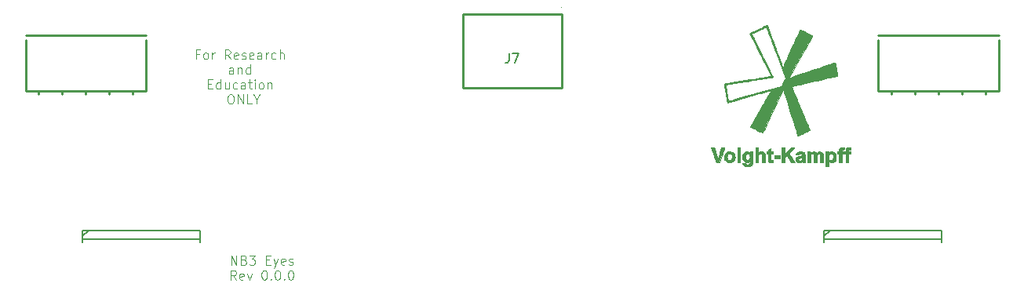
<source format=gto>
G04 #@! TF.GenerationSoftware,KiCad,Pcbnew,8.0.7*
G04 #@! TF.CreationDate,2025-01-25T19:39:47+00:00*
G04 #@! TF.ProjectId,NB3_eyes,4e42335f-6579-4657-932e-6b696361645f,0.0.1*
G04 #@! TF.SameCoordinates,PX9d6ebcaPY67ee71d*
G04 #@! TF.FileFunction,Legend,Top*
G04 #@! TF.FilePolarity,Positive*
%FSLAX46Y46*%
G04 Gerber Fmt 4.6, Leading zero omitted, Abs format (unit mm)*
G04 Created by KiCad (PCBNEW 8.0.7) date 2025-01-25 19:39:47*
%MOMM*%
%LPD*%
G01*
G04 APERTURE LIST*
%ADD10C,0.100000*%
%ADD11C,0.150000*%
%ADD12C,0.010000*%
%ADD13C,0.254000*%
%ADD14C,0.059995*%
%ADD15C,0.203200*%
G04 APERTURE END LIST*
D10*
X-30309524Y5737525D02*
X-30309524Y6737525D01*
X-30309524Y6737525D02*
X-29738096Y5737525D01*
X-29738096Y5737525D02*
X-29738096Y6737525D01*
X-28928572Y6261335D02*
X-28785715Y6213716D01*
X-28785715Y6213716D02*
X-28738096Y6166097D01*
X-28738096Y6166097D02*
X-28690477Y6070859D01*
X-28690477Y6070859D02*
X-28690477Y5928002D01*
X-28690477Y5928002D02*
X-28738096Y5832764D01*
X-28738096Y5832764D02*
X-28785715Y5785144D01*
X-28785715Y5785144D02*
X-28880953Y5737525D01*
X-28880953Y5737525D02*
X-29261905Y5737525D01*
X-29261905Y5737525D02*
X-29261905Y6737525D01*
X-29261905Y6737525D02*
X-28928572Y6737525D01*
X-28928572Y6737525D02*
X-28833334Y6689906D01*
X-28833334Y6689906D02*
X-28785715Y6642287D01*
X-28785715Y6642287D02*
X-28738096Y6547049D01*
X-28738096Y6547049D02*
X-28738096Y6451811D01*
X-28738096Y6451811D02*
X-28785715Y6356573D01*
X-28785715Y6356573D02*
X-28833334Y6308954D01*
X-28833334Y6308954D02*
X-28928572Y6261335D01*
X-28928572Y6261335D02*
X-29261905Y6261335D01*
X-28357143Y6737525D02*
X-27738096Y6737525D01*
X-27738096Y6737525D02*
X-28071429Y6356573D01*
X-28071429Y6356573D02*
X-27928572Y6356573D01*
X-27928572Y6356573D02*
X-27833334Y6308954D01*
X-27833334Y6308954D02*
X-27785715Y6261335D01*
X-27785715Y6261335D02*
X-27738096Y6166097D01*
X-27738096Y6166097D02*
X-27738096Y5928002D01*
X-27738096Y5928002D02*
X-27785715Y5832764D01*
X-27785715Y5832764D02*
X-27833334Y5785144D01*
X-27833334Y5785144D02*
X-27928572Y5737525D01*
X-27928572Y5737525D02*
X-28214286Y5737525D01*
X-28214286Y5737525D02*
X-28309524Y5785144D01*
X-28309524Y5785144D02*
X-28357143Y5832764D01*
X-26547619Y6261335D02*
X-26214286Y6261335D01*
X-26071429Y5737525D02*
X-26547619Y5737525D01*
X-26547619Y5737525D02*
X-26547619Y6737525D01*
X-26547619Y6737525D02*
X-26071429Y6737525D01*
X-25738095Y6404192D02*
X-25500000Y5737525D01*
X-25261905Y6404192D02*
X-25500000Y5737525D01*
X-25500000Y5737525D02*
X-25595238Y5499430D01*
X-25595238Y5499430D02*
X-25642857Y5451811D01*
X-25642857Y5451811D02*
X-25738095Y5404192D01*
X-24500000Y5785144D02*
X-24595238Y5737525D01*
X-24595238Y5737525D02*
X-24785714Y5737525D01*
X-24785714Y5737525D02*
X-24880952Y5785144D01*
X-24880952Y5785144D02*
X-24928571Y5880383D01*
X-24928571Y5880383D02*
X-24928571Y6261335D01*
X-24928571Y6261335D02*
X-24880952Y6356573D01*
X-24880952Y6356573D02*
X-24785714Y6404192D01*
X-24785714Y6404192D02*
X-24595238Y6404192D01*
X-24595238Y6404192D02*
X-24500000Y6356573D01*
X-24500000Y6356573D02*
X-24452381Y6261335D01*
X-24452381Y6261335D02*
X-24452381Y6166097D01*
X-24452381Y6166097D02*
X-24928571Y6070859D01*
X-24071428Y5785144D02*
X-23976190Y5737525D01*
X-23976190Y5737525D02*
X-23785714Y5737525D01*
X-23785714Y5737525D02*
X-23690476Y5785144D01*
X-23690476Y5785144D02*
X-23642857Y5880383D01*
X-23642857Y5880383D02*
X-23642857Y5928002D01*
X-23642857Y5928002D02*
X-23690476Y6023240D01*
X-23690476Y6023240D02*
X-23785714Y6070859D01*
X-23785714Y6070859D02*
X-23928571Y6070859D01*
X-23928571Y6070859D02*
X-24023809Y6118478D01*
X-24023809Y6118478D02*
X-24071428Y6213716D01*
X-24071428Y6213716D02*
X-24071428Y6261335D01*
X-24071428Y6261335D02*
X-24023809Y6356573D01*
X-24023809Y6356573D02*
X-23928571Y6404192D01*
X-23928571Y6404192D02*
X-23785714Y6404192D01*
X-23785714Y6404192D02*
X-23690476Y6356573D01*
X-29785715Y4127581D02*
X-30119048Y4603772D01*
X-30357143Y4127581D02*
X-30357143Y5127581D01*
X-30357143Y5127581D02*
X-29976191Y5127581D01*
X-29976191Y5127581D02*
X-29880953Y5079962D01*
X-29880953Y5079962D02*
X-29833334Y5032343D01*
X-29833334Y5032343D02*
X-29785715Y4937105D01*
X-29785715Y4937105D02*
X-29785715Y4794248D01*
X-29785715Y4794248D02*
X-29833334Y4699010D01*
X-29833334Y4699010D02*
X-29880953Y4651391D01*
X-29880953Y4651391D02*
X-29976191Y4603772D01*
X-29976191Y4603772D02*
X-30357143Y4603772D01*
X-28976191Y4175200D02*
X-29071429Y4127581D01*
X-29071429Y4127581D02*
X-29261905Y4127581D01*
X-29261905Y4127581D02*
X-29357143Y4175200D01*
X-29357143Y4175200D02*
X-29404762Y4270439D01*
X-29404762Y4270439D02*
X-29404762Y4651391D01*
X-29404762Y4651391D02*
X-29357143Y4746629D01*
X-29357143Y4746629D02*
X-29261905Y4794248D01*
X-29261905Y4794248D02*
X-29071429Y4794248D01*
X-29071429Y4794248D02*
X-28976191Y4746629D01*
X-28976191Y4746629D02*
X-28928572Y4651391D01*
X-28928572Y4651391D02*
X-28928572Y4556153D01*
X-28928572Y4556153D02*
X-29404762Y4460915D01*
X-28595238Y4794248D02*
X-28357143Y4127581D01*
X-28357143Y4127581D02*
X-28119048Y4794248D01*
X-26785714Y5127581D02*
X-26690476Y5127581D01*
X-26690476Y5127581D02*
X-26595238Y5079962D01*
X-26595238Y5079962D02*
X-26547619Y5032343D01*
X-26547619Y5032343D02*
X-26500000Y4937105D01*
X-26500000Y4937105D02*
X-26452381Y4746629D01*
X-26452381Y4746629D02*
X-26452381Y4508534D01*
X-26452381Y4508534D02*
X-26500000Y4318058D01*
X-26500000Y4318058D02*
X-26547619Y4222820D01*
X-26547619Y4222820D02*
X-26595238Y4175200D01*
X-26595238Y4175200D02*
X-26690476Y4127581D01*
X-26690476Y4127581D02*
X-26785714Y4127581D01*
X-26785714Y4127581D02*
X-26880952Y4175200D01*
X-26880952Y4175200D02*
X-26928571Y4222820D01*
X-26928571Y4222820D02*
X-26976190Y4318058D01*
X-26976190Y4318058D02*
X-27023809Y4508534D01*
X-27023809Y4508534D02*
X-27023809Y4746629D01*
X-27023809Y4746629D02*
X-26976190Y4937105D01*
X-26976190Y4937105D02*
X-26928571Y5032343D01*
X-26928571Y5032343D02*
X-26880952Y5079962D01*
X-26880952Y5079962D02*
X-26785714Y5127581D01*
X-26023809Y4222820D02*
X-25976190Y4175200D01*
X-25976190Y4175200D02*
X-26023809Y4127581D01*
X-26023809Y4127581D02*
X-26071428Y4175200D01*
X-26071428Y4175200D02*
X-26023809Y4222820D01*
X-26023809Y4222820D02*
X-26023809Y4127581D01*
X-25357143Y5127581D02*
X-25261905Y5127581D01*
X-25261905Y5127581D02*
X-25166667Y5079962D01*
X-25166667Y5079962D02*
X-25119048Y5032343D01*
X-25119048Y5032343D02*
X-25071429Y4937105D01*
X-25071429Y4937105D02*
X-25023810Y4746629D01*
X-25023810Y4746629D02*
X-25023810Y4508534D01*
X-25023810Y4508534D02*
X-25071429Y4318058D01*
X-25071429Y4318058D02*
X-25119048Y4222820D01*
X-25119048Y4222820D02*
X-25166667Y4175200D01*
X-25166667Y4175200D02*
X-25261905Y4127581D01*
X-25261905Y4127581D02*
X-25357143Y4127581D01*
X-25357143Y4127581D02*
X-25452381Y4175200D01*
X-25452381Y4175200D02*
X-25500000Y4222820D01*
X-25500000Y4222820D02*
X-25547619Y4318058D01*
X-25547619Y4318058D02*
X-25595238Y4508534D01*
X-25595238Y4508534D02*
X-25595238Y4746629D01*
X-25595238Y4746629D02*
X-25547619Y4937105D01*
X-25547619Y4937105D02*
X-25500000Y5032343D01*
X-25500000Y5032343D02*
X-25452381Y5079962D01*
X-25452381Y5079962D02*
X-25357143Y5127581D01*
X-24595238Y4222820D02*
X-24547619Y4175200D01*
X-24547619Y4175200D02*
X-24595238Y4127581D01*
X-24595238Y4127581D02*
X-24642857Y4175200D01*
X-24642857Y4175200D02*
X-24595238Y4222820D01*
X-24595238Y4222820D02*
X-24595238Y4127581D01*
X-23928572Y5127581D02*
X-23833334Y5127581D01*
X-23833334Y5127581D02*
X-23738096Y5079962D01*
X-23738096Y5079962D02*
X-23690477Y5032343D01*
X-23690477Y5032343D02*
X-23642858Y4937105D01*
X-23642858Y4937105D02*
X-23595239Y4746629D01*
X-23595239Y4746629D02*
X-23595239Y4508534D01*
X-23595239Y4508534D02*
X-23642858Y4318058D01*
X-23642858Y4318058D02*
X-23690477Y4222820D01*
X-23690477Y4222820D02*
X-23738096Y4175200D01*
X-23738096Y4175200D02*
X-23833334Y4127581D01*
X-23833334Y4127581D02*
X-23928572Y4127581D01*
X-23928572Y4127581D02*
X-24023810Y4175200D01*
X-24023810Y4175200D02*
X-24071429Y4222820D01*
X-24071429Y4222820D02*
X-24119048Y4318058D01*
X-24119048Y4318058D02*
X-24166667Y4508534D01*
X-24166667Y4508534D02*
X-24166667Y4746629D01*
X-24166667Y4746629D02*
X-24119048Y4937105D01*
X-24119048Y4937105D02*
X-24071429Y5032343D01*
X-24071429Y5032343D02*
X-24023810Y5079962D01*
X-24023810Y5079962D02*
X-23928572Y5127581D01*
X-33785716Y28481223D02*
X-34119049Y28481223D01*
X-34119049Y27957413D02*
X-34119049Y28957413D01*
X-34119049Y28957413D02*
X-33642859Y28957413D01*
X-33119049Y27957413D02*
X-33214287Y28005032D01*
X-33214287Y28005032D02*
X-33261906Y28052652D01*
X-33261906Y28052652D02*
X-33309525Y28147890D01*
X-33309525Y28147890D02*
X-33309525Y28433604D01*
X-33309525Y28433604D02*
X-33261906Y28528842D01*
X-33261906Y28528842D02*
X-33214287Y28576461D01*
X-33214287Y28576461D02*
X-33119049Y28624080D01*
X-33119049Y28624080D02*
X-32976192Y28624080D01*
X-32976192Y28624080D02*
X-32880954Y28576461D01*
X-32880954Y28576461D02*
X-32833335Y28528842D01*
X-32833335Y28528842D02*
X-32785716Y28433604D01*
X-32785716Y28433604D02*
X-32785716Y28147890D01*
X-32785716Y28147890D02*
X-32833335Y28052652D01*
X-32833335Y28052652D02*
X-32880954Y28005032D01*
X-32880954Y28005032D02*
X-32976192Y27957413D01*
X-32976192Y27957413D02*
X-33119049Y27957413D01*
X-32357144Y27957413D02*
X-32357144Y28624080D01*
X-32357144Y28433604D02*
X-32309525Y28528842D01*
X-32309525Y28528842D02*
X-32261906Y28576461D01*
X-32261906Y28576461D02*
X-32166668Y28624080D01*
X-32166668Y28624080D02*
X-32071430Y28624080D01*
X-30404763Y27957413D02*
X-30738096Y28433604D01*
X-30976191Y27957413D02*
X-30976191Y28957413D01*
X-30976191Y28957413D02*
X-30595239Y28957413D01*
X-30595239Y28957413D02*
X-30500001Y28909794D01*
X-30500001Y28909794D02*
X-30452382Y28862175D01*
X-30452382Y28862175D02*
X-30404763Y28766937D01*
X-30404763Y28766937D02*
X-30404763Y28624080D01*
X-30404763Y28624080D02*
X-30452382Y28528842D01*
X-30452382Y28528842D02*
X-30500001Y28481223D01*
X-30500001Y28481223D02*
X-30595239Y28433604D01*
X-30595239Y28433604D02*
X-30976191Y28433604D01*
X-29595239Y28005032D02*
X-29690477Y27957413D01*
X-29690477Y27957413D02*
X-29880953Y27957413D01*
X-29880953Y27957413D02*
X-29976191Y28005032D01*
X-29976191Y28005032D02*
X-30023810Y28100271D01*
X-30023810Y28100271D02*
X-30023810Y28481223D01*
X-30023810Y28481223D02*
X-29976191Y28576461D01*
X-29976191Y28576461D02*
X-29880953Y28624080D01*
X-29880953Y28624080D02*
X-29690477Y28624080D01*
X-29690477Y28624080D02*
X-29595239Y28576461D01*
X-29595239Y28576461D02*
X-29547620Y28481223D01*
X-29547620Y28481223D02*
X-29547620Y28385985D01*
X-29547620Y28385985D02*
X-30023810Y28290747D01*
X-29166667Y28005032D02*
X-29071429Y27957413D01*
X-29071429Y27957413D02*
X-28880953Y27957413D01*
X-28880953Y27957413D02*
X-28785715Y28005032D01*
X-28785715Y28005032D02*
X-28738096Y28100271D01*
X-28738096Y28100271D02*
X-28738096Y28147890D01*
X-28738096Y28147890D02*
X-28785715Y28243128D01*
X-28785715Y28243128D02*
X-28880953Y28290747D01*
X-28880953Y28290747D02*
X-29023810Y28290747D01*
X-29023810Y28290747D02*
X-29119048Y28338366D01*
X-29119048Y28338366D02*
X-29166667Y28433604D01*
X-29166667Y28433604D02*
X-29166667Y28481223D01*
X-29166667Y28481223D02*
X-29119048Y28576461D01*
X-29119048Y28576461D02*
X-29023810Y28624080D01*
X-29023810Y28624080D02*
X-28880953Y28624080D01*
X-28880953Y28624080D02*
X-28785715Y28576461D01*
X-27928572Y28005032D02*
X-28023810Y27957413D01*
X-28023810Y27957413D02*
X-28214286Y27957413D01*
X-28214286Y27957413D02*
X-28309524Y28005032D01*
X-28309524Y28005032D02*
X-28357143Y28100271D01*
X-28357143Y28100271D02*
X-28357143Y28481223D01*
X-28357143Y28481223D02*
X-28309524Y28576461D01*
X-28309524Y28576461D02*
X-28214286Y28624080D01*
X-28214286Y28624080D02*
X-28023810Y28624080D01*
X-28023810Y28624080D02*
X-27928572Y28576461D01*
X-27928572Y28576461D02*
X-27880953Y28481223D01*
X-27880953Y28481223D02*
X-27880953Y28385985D01*
X-27880953Y28385985D02*
X-28357143Y28290747D01*
X-27023810Y27957413D02*
X-27023810Y28481223D01*
X-27023810Y28481223D02*
X-27071429Y28576461D01*
X-27071429Y28576461D02*
X-27166667Y28624080D01*
X-27166667Y28624080D02*
X-27357143Y28624080D01*
X-27357143Y28624080D02*
X-27452381Y28576461D01*
X-27023810Y28005032D02*
X-27119048Y27957413D01*
X-27119048Y27957413D02*
X-27357143Y27957413D01*
X-27357143Y27957413D02*
X-27452381Y28005032D01*
X-27452381Y28005032D02*
X-27500000Y28100271D01*
X-27500000Y28100271D02*
X-27500000Y28195509D01*
X-27500000Y28195509D02*
X-27452381Y28290747D01*
X-27452381Y28290747D02*
X-27357143Y28338366D01*
X-27357143Y28338366D02*
X-27119048Y28338366D01*
X-27119048Y28338366D02*
X-27023810Y28385985D01*
X-26547619Y27957413D02*
X-26547619Y28624080D01*
X-26547619Y28433604D02*
X-26500000Y28528842D01*
X-26500000Y28528842D02*
X-26452381Y28576461D01*
X-26452381Y28576461D02*
X-26357143Y28624080D01*
X-26357143Y28624080D02*
X-26261905Y28624080D01*
X-25500000Y28005032D02*
X-25595238Y27957413D01*
X-25595238Y27957413D02*
X-25785714Y27957413D01*
X-25785714Y27957413D02*
X-25880952Y28005032D01*
X-25880952Y28005032D02*
X-25928571Y28052652D01*
X-25928571Y28052652D02*
X-25976190Y28147890D01*
X-25976190Y28147890D02*
X-25976190Y28433604D01*
X-25976190Y28433604D02*
X-25928571Y28528842D01*
X-25928571Y28528842D02*
X-25880952Y28576461D01*
X-25880952Y28576461D02*
X-25785714Y28624080D01*
X-25785714Y28624080D02*
X-25595238Y28624080D01*
X-25595238Y28624080D02*
X-25500000Y28576461D01*
X-25071428Y27957413D02*
X-25071428Y28957413D01*
X-24642857Y27957413D02*
X-24642857Y28481223D01*
X-24642857Y28481223D02*
X-24690476Y28576461D01*
X-24690476Y28576461D02*
X-24785714Y28624080D01*
X-24785714Y28624080D02*
X-24928571Y28624080D01*
X-24928571Y28624080D02*
X-25023809Y28576461D01*
X-25023809Y28576461D02*
X-25071428Y28528842D01*
X-30071429Y26347469D02*
X-30071429Y26871279D01*
X-30071429Y26871279D02*
X-30119048Y26966517D01*
X-30119048Y26966517D02*
X-30214286Y27014136D01*
X-30214286Y27014136D02*
X-30404762Y27014136D01*
X-30404762Y27014136D02*
X-30500000Y26966517D01*
X-30071429Y26395088D02*
X-30166667Y26347469D01*
X-30166667Y26347469D02*
X-30404762Y26347469D01*
X-30404762Y26347469D02*
X-30500000Y26395088D01*
X-30500000Y26395088D02*
X-30547619Y26490327D01*
X-30547619Y26490327D02*
X-30547619Y26585565D01*
X-30547619Y26585565D02*
X-30500000Y26680803D01*
X-30500000Y26680803D02*
X-30404762Y26728422D01*
X-30404762Y26728422D02*
X-30166667Y26728422D01*
X-30166667Y26728422D02*
X-30071429Y26776041D01*
X-29595238Y27014136D02*
X-29595238Y26347469D01*
X-29595238Y26918898D02*
X-29547619Y26966517D01*
X-29547619Y26966517D02*
X-29452381Y27014136D01*
X-29452381Y27014136D02*
X-29309524Y27014136D01*
X-29309524Y27014136D02*
X-29214286Y26966517D01*
X-29214286Y26966517D02*
X-29166667Y26871279D01*
X-29166667Y26871279D02*
X-29166667Y26347469D01*
X-28261905Y26347469D02*
X-28261905Y27347469D01*
X-28261905Y26395088D02*
X-28357143Y26347469D01*
X-28357143Y26347469D02*
X-28547619Y26347469D01*
X-28547619Y26347469D02*
X-28642857Y26395088D01*
X-28642857Y26395088D02*
X-28690476Y26442708D01*
X-28690476Y26442708D02*
X-28738095Y26537946D01*
X-28738095Y26537946D02*
X-28738095Y26823660D01*
X-28738095Y26823660D02*
X-28690476Y26918898D01*
X-28690476Y26918898D02*
X-28642857Y26966517D01*
X-28642857Y26966517D02*
X-28547619Y27014136D01*
X-28547619Y27014136D02*
X-28357143Y27014136D01*
X-28357143Y27014136D02*
X-28261905Y26966517D01*
X-32809524Y25261335D02*
X-32476191Y25261335D01*
X-32333334Y24737525D02*
X-32809524Y24737525D01*
X-32809524Y24737525D02*
X-32809524Y25737525D01*
X-32809524Y25737525D02*
X-32333334Y25737525D01*
X-31476191Y24737525D02*
X-31476191Y25737525D01*
X-31476191Y24785144D02*
X-31571429Y24737525D01*
X-31571429Y24737525D02*
X-31761905Y24737525D01*
X-31761905Y24737525D02*
X-31857143Y24785144D01*
X-31857143Y24785144D02*
X-31904762Y24832764D01*
X-31904762Y24832764D02*
X-31952381Y24928002D01*
X-31952381Y24928002D02*
X-31952381Y25213716D01*
X-31952381Y25213716D02*
X-31904762Y25308954D01*
X-31904762Y25308954D02*
X-31857143Y25356573D01*
X-31857143Y25356573D02*
X-31761905Y25404192D01*
X-31761905Y25404192D02*
X-31571429Y25404192D01*
X-31571429Y25404192D02*
X-31476191Y25356573D01*
X-30571429Y25404192D02*
X-30571429Y24737525D01*
X-31000000Y25404192D02*
X-31000000Y24880383D01*
X-31000000Y24880383D02*
X-30952381Y24785144D01*
X-30952381Y24785144D02*
X-30857143Y24737525D01*
X-30857143Y24737525D02*
X-30714286Y24737525D01*
X-30714286Y24737525D02*
X-30619048Y24785144D01*
X-30619048Y24785144D02*
X-30571429Y24832764D01*
X-29666667Y24785144D02*
X-29761905Y24737525D01*
X-29761905Y24737525D02*
X-29952381Y24737525D01*
X-29952381Y24737525D02*
X-30047619Y24785144D01*
X-30047619Y24785144D02*
X-30095238Y24832764D01*
X-30095238Y24832764D02*
X-30142857Y24928002D01*
X-30142857Y24928002D02*
X-30142857Y25213716D01*
X-30142857Y25213716D02*
X-30095238Y25308954D01*
X-30095238Y25308954D02*
X-30047619Y25356573D01*
X-30047619Y25356573D02*
X-29952381Y25404192D01*
X-29952381Y25404192D02*
X-29761905Y25404192D01*
X-29761905Y25404192D02*
X-29666667Y25356573D01*
X-28809524Y24737525D02*
X-28809524Y25261335D01*
X-28809524Y25261335D02*
X-28857143Y25356573D01*
X-28857143Y25356573D02*
X-28952381Y25404192D01*
X-28952381Y25404192D02*
X-29142857Y25404192D01*
X-29142857Y25404192D02*
X-29238095Y25356573D01*
X-28809524Y24785144D02*
X-28904762Y24737525D01*
X-28904762Y24737525D02*
X-29142857Y24737525D01*
X-29142857Y24737525D02*
X-29238095Y24785144D01*
X-29238095Y24785144D02*
X-29285714Y24880383D01*
X-29285714Y24880383D02*
X-29285714Y24975621D01*
X-29285714Y24975621D02*
X-29238095Y25070859D01*
X-29238095Y25070859D02*
X-29142857Y25118478D01*
X-29142857Y25118478D02*
X-28904762Y25118478D01*
X-28904762Y25118478D02*
X-28809524Y25166097D01*
X-28476190Y25404192D02*
X-28095238Y25404192D01*
X-28333333Y25737525D02*
X-28333333Y24880383D01*
X-28333333Y24880383D02*
X-28285714Y24785144D01*
X-28285714Y24785144D02*
X-28190476Y24737525D01*
X-28190476Y24737525D02*
X-28095238Y24737525D01*
X-27761904Y24737525D02*
X-27761904Y25404192D01*
X-27761904Y25737525D02*
X-27809523Y25689906D01*
X-27809523Y25689906D02*
X-27761904Y25642287D01*
X-27761904Y25642287D02*
X-27714285Y25689906D01*
X-27714285Y25689906D02*
X-27761904Y25737525D01*
X-27761904Y25737525D02*
X-27761904Y25642287D01*
X-27142857Y24737525D02*
X-27238095Y24785144D01*
X-27238095Y24785144D02*
X-27285714Y24832764D01*
X-27285714Y24832764D02*
X-27333333Y24928002D01*
X-27333333Y24928002D02*
X-27333333Y25213716D01*
X-27333333Y25213716D02*
X-27285714Y25308954D01*
X-27285714Y25308954D02*
X-27238095Y25356573D01*
X-27238095Y25356573D02*
X-27142857Y25404192D01*
X-27142857Y25404192D02*
X-27000000Y25404192D01*
X-27000000Y25404192D02*
X-26904762Y25356573D01*
X-26904762Y25356573D02*
X-26857143Y25308954D01*
X-26857143Y25308954D02*
X-26809524Y25213716D01*
X-26809524Y25213716D02*
X-26809524Y24928002D01*
X-26809524Y24928002D02*
X-26857143Y24832764D01*
X-26857143Y24832764D02*
X-26904762Y24785144D01*
X-26904762Y24785144D02*
X-27000000Y24737525D01*
X-27000000Y24737525D02*
X-27142857Y24737525D01*
X-26380952Y25404192D02*
X-26380952Y24737525D01*
X-26380952Y25308954D02*
X-26333333Y25356573D01*
X-26333333Y25356573D02*
X-26238095Y25404192D01*
X-26238095Y25404192D02*
X-26095238Y25404192D01*
X-26095238Y25404192D02*
X-26000000Y25356573D01*
X-26000000Y25356573D02*
X-25952381Y25261335D01*
X-25952381Y25261335D02*
X-25952381Y24737525D01*
X-30452381Y24127581D02*
X-30261905Y24127581D01*
X-30261905Y24127581D02*
X-30166667Y24079962D01*
X-30166667Y24079962D02*
X-30071429Y23984724D01*
X-30071429Y23984724D02*
X-30023810Y23794248D01*
X-30023810Y23794248D02*
X-30023810Y23460915D01*
X-30023810Y23460915D02*
X-30071429Y23270439D01*
X-30071429Y23270439D02*
X-30166667Y23175200D01*
X-30166667Y23175200D02*
X-30261905Y23127581D01*
X-30261905Y23127581D02*
X-30452381Y23127581D01*
X-30452381Y23127581D02*
X-30547619Y23175200D01*
X-30547619Y23175200D02*
X-30642857Y23270439D01*
X-30642857Y23270439D02*
X-30690476Y23460915D01*
X-30690476Y23460915D02*
X-30690476Y23794248D01*
X-30690476Y23794248D02*
X-30642857Y23984724D01*
X-30642857Y23984724D02*
X-30547619Y24079962D01*
X-30547619Y24079962D02*
X-30452381Y24127581D01*
X-29595238Y23127581D02*
X-29595238Y24127581D01*
X-29595238Y24127581D02*
X-29023810Y23127581D01*
X-29023810Y23127581D02*
X-29023810Y24127581D01*
X-28071429Y23127581D02*
X-28547619Y23127581D01*
X-28547619Y23127581D02*
X-28547619Y24127581D01*
X-27547619Y23603772D02*
X-27547619Y23127581D01*
X-27880952Y24127581D02*
X-27547619Y23603772D01*
X-27547619Y23603772D02*
X-27214286Y24127581D01*
D11*
X-333333Y28545181D02*
X-333333Y27830896D01*
X-333333Y27830896D02*
X-380952Y27688039D01*
X-380952Y27688039D02*
X-476190Y27592800D01*
X-476190Y27592800D02*
X-619047Y27545181D01*
X-619047Y27545181D02*
X-714285Y27545181D01*
X47620Y28545181D02*
X714286Y28545181D01*
X714286Y28545181D02*
X285715Y27545181D01*
D12*
X24584765Y18096484D02*
X24287109Y18096484D01*
X24287109Y18394141D01*
X24584765Y18394141D01*
X24584765Y18096484D01*
G36*
X24584765Y18096484D02*
G01*
X24287109Y18096484D01*
X24287109Y18394141D01*
X24584765Y18394141D01*
X24584765Y18096484D01*
G37*
X24584765Y16806641D02*
X24287109Y16806641D01*
X24287109Y17947656D01*
X24584765Y17947656D01*
X24584765Y16806641D01*
G36*
X24584765Y16806641D02*
G01*
X24287109Y16806641D01*
X24287109Y17947656D01*
X24584765Y17947656D01*
X24584765Y16806641D01*
G37*
X28900781Y17228320D02*
X28305468Y17228320D01*
X28305468Y17525977D01*
X28900781Y17525977D01*
X28900781Y17228320D01*
G36*
X28900781Y17228320D02*
G01*
X28305468Y17228320D01*
X28305468Y17525977D01*
X28900781Y17525977D01*
X28900781Y17228320D01*
G37*
X36453875Y18401054D02*
X36522368Y18385508D01*
X36555458Y18365403D01*
X36561291Y18326540D01*
X36555717Y18263733D01*
X36554362Y18256105D01*
X36541081Y18203256D01*
X36517211Y18178536D01*
X36467046Y18171294D01*
X36428752Y18170898D01*
X36339900Y18158407D01*
X36288669Y18116700D01*
X36268655Y18039429D01*
X36267773Y18011299D01*
X36272168Y17972056D01*
X36294241Y17953464D01*
X36347320Y17947921D01*
X36379394Y17947656D01*
X36491015Y17947656D01*
X36491015Y17699609D01*
X36267773Y17699609D01*
X36267773Y16806641D01*
X35970117Y16806641D01*
X35970117Y17696466D01*
X35889502Y17704239D01*
X35840600Y17712240D01*
X35815738Y17733210D01*
X35805074Y17781165D01*
X35801326Y17829834D01*
X35793766Y17947656D01*
X35963227Y17947656D01*
X35976933Y18098807D01*
X36001152Y18225057D01*
X36050880Y18313464D01*
X36131909Y18371707D01*
X36201316Y18396283D01*
X36277365Y18407835D01*
X36366879Y18408961D01*
X36453875Y18401054D01*
G36*
X36453875Y18401054D02*
G01*
X36522368Y18385508D01*
X36555458Y18365403D01*
X36561291Y18326540D01*
X36555717Y18263733D01*
X36554362Y18256105D01*
X36541081Y18203256D01*
X36517211Y18178536D01*
X36467046Y18171294D01*
X36428752Y18170898D01*
X36339900Y18158407D01*
X36288669Y18116700D01*
X36268655Y18039429D01*
X36267773Y18011299D01*
X36272168Y17972056D01*
X36294241Y17953464D01*
X36347320Y17947921D01*
X36379394Y17947656D01*
X36491015Y17947656D01*
X36491015Y17699609D01*
X36267773Y17699609D01*
X36267773Y16806641D01*
X35970117Y16806641D01*
X35970117Y17696466D01*
X35889502Y17704239D01*
X35840600Y17712240D01*
X35815738Y17733210D01*
X35805074Y17781165D01*
X35801326Y17829834D01*
X35793766Y17947656D01*
X35963227Y17947656D01*
X35976933Y18098807D01*
X36001152Y18225057D01*
X36050880Y18313464D01*
X36131909Y18371707D01*
X36201316Y18396283D01*
X36277365Y18407835D01*
X36366879Y18408961D01*
X36453875Y18401054D01*
G37*
X26544336Y17825128D02*
X26633647Y17885736D01*
X26761378Y17948657D01*
X26893001Y17972029D01*
X27018935Y17957347D01*
X27129600Y17906105D01*
X27215415Y17819797D01*
X27232149Y17792393D01*
X27248499Y17754944D01*
X27260802Y17705603D01*
X27269816Y17636629D01*
X27276296Y17540283D01*
X27281000Y17408825D01*
X27284245Y17259326D01*
X27292416Y16806641D01*
X26990820Y16806641D01*
X26990228Y17147705D01*
X26986856Y17345566D01*
X26977191Y17497832D01*
X26960760Y17608174D01*
X26937086Y17680264D01*
X26917658Y17708280D01*
X26876660Y17725942D01*
X26809518Y17735259D01*
X26791706Y17735689D01*
X26704489Y17722762D01*
X26634200Y17676494D01*
X26624951Y17667522D01*
X26599423Y17640724D01*
X26581047Y17613819D01*
X26568438Y17578402D01*
X26560209Y17526069D01*
X26554974Y17448413D01*
X26551348Y17337030D01*
X26548357Y17202998D01*
X26539977Y16806641D01*
X26246679Y16806641D01*
X26246679Y18394141D01*
X26544336Y18394141D01*
X26544336Y17825128D01*
G36*
X26544336Y17825128D02*
G01*
X26633647Y17885736D01*
X26761378Y17948657D01*
X26893001Y17972029D01*
X27018935Y17957347D01*
X27129600Y17906105D01*
X27215415Y17819797D01*
X27232149Y17792393D01*
X27248499Y17754944D01*
X27260802Y17705603D01*
X27269816Y17636629D01*
X27276296Y17540283D01*
X27281000Y17408825D01*
X27284245Y17259326D01*
X27292416Y16806641D01*
X26990820Y16806641D01*
X26990228Y17147705D01*
X26986856Y17345566D01*
X26977191Y17497832D01*
X26960760Y17608174D01*
X26937086Y17680264D01*
X26917658Y17708280D01*
X26876660Y17725942D01*
X26809518Y17735259D01*
X26791706Y17735689D01*
X26704489Y17722762D01*
X26634200Y17676494D01*
X26624951Y17667522D01*
X26599423Y17640724D01*
X26581047Y17613819D01*
X26568438Y17578402D01*
X26560209Y17526069D01*
X26554974Y17448413D01*
X26551348Y17337030D01*
X26548357Y17202998D01*
X26539977Y16806641D01*
X26246679Y16806641D01*
X26246679Y18394141D01*
X26544336Y18394141D01*
X26544336Y17825128D01*
G37*
X35674788Y18406273D02*
X35754637Y18394586D01*
X35811998Y18381654D01*
X35831746Y18372484D01*
X35834168Y18339116D01*
X35826516Y18279313D01*
X35824612Y18269504D01*
X35810742Y18217834D01*
X35786622Y18190482D01*
X35737510Y18177111D01*
X35683975Y18170898D01*
X35560839Y18158496D01*
X35545585Y17947656D01*
X35774397Y17947656D01*
X35759277Y17712012D01*
X35653857Y17704384D01*
X35548437Y17696757D01*
X35548437Y16806641D01*
X35225976Y16806641D01*
X35225976Y17699609D01*
X35151562Y17699609D01*
X35107511Y17702319D01*
X35085544Y17718979D01*
X35077984Y17762387D01*
X35077148Y17823633D01*
X35078852Y17897072D01*
X35088881Y17933696D01*
X35114612Y17946290D01*
X35148704Y17947656D01*
X35189304Y17950772D01*
X35212828Y17967996D01*
X35226676Y18011145D01*
X35238030Y18090283D01*
X35255679Y18199490D01*
X35281327Y18272309D01*
X35323290Y18321962D01*
X35389887Y18361668D01*
X35416416Y18373840D01*
X35498689Y18403421D01*
X35578564Y18412879D01*
X35674788Y18406273D01*
G36*
X35674788Y18406273D02*
G01*
X35754637Y18394586D01*
X35811998Y18381654D01*
X35831746Y18372484D01*
X35834168Y18339116D01*
X35826516Y18279313D01*
X35824612Y18269504D01*
X35810742Y18217834D01*
X35786622Y18190482D01*
X35737510Y18177111D01*
X35683975Y18170898D01*
X35560839Y18158496D01*
X35545585Y17947656D01*
X35774397Y17947656D01*
X35759277Y17712012D01*
X35653857Y17704384D01*
X35548437Y17696757D01*
X35548437Y16806641D01*
X35225976Y16806641D01*
X35225976Y17699609D01*
X35151562Y17699609D01*
X35107511Y17702319D01*
X35085544Y17718979D01*
X35077984Y17762387D01*
X35077148Y17823633D01*
X35078852Y17897072D01*
X35088881Y17933696D01*
X35114612Y17946290D01*
X35148704Y17947656D01*
X35189304Y17950772D01*
X35212828Y17967996D01*
X35226676Y18011145D01*
X35238030Y18090283D01*
X35255679Y18199490D01*
X35281327Y18272309D01*
X35323290Y18321962D01*
X35389887Y18361668D01*
X35416416Y18373840D01*
X35498689Y18403421D01*
X35578564Y18412879D01*
X35674788Y18406273D01*
G37*
X27908593Y17947656D02*
X28107031Y17947656D01*
X28107031Y17699609D01*
X27908593Y17699609D01*
X27908593Y17392588D01*
X27910146Y17249218D01*
X27916610Y17148515D01*
X27930693Y17083582D01*
X27955102Y17047526D01*
X27992544Y17033451D01*
X28045728Y17034463D01*
X28049094Y17034812D01*
X28092128Y17035986D01*
X28113942Y17019245D01*
X28123497Y16972242D01*
X28126862Y16927677D01*
X28128537Y16856191D01*
X28117641Y16818955D01*
X28088492Y16801091D01*
X28077253Y16797791D01*
X27987853Y16784650D01*
X27885644Y16785006D01*
X27792371Y16797664D01*
X27737691Y16816451D01*
X27692389Y16847006D01*
X27659350Y16886135D01*
X27636685Y16941602D01*
X27622504Y17021172D01*
X27614917Y17132612D01*
X27612036Y17283685D01*
X27611816Y17333740D01*
X27610937Y17699609D01*
X27536523Y17699609D01*
X27492472Y17702319D01*
X27470505Y17718979D01*
X27462945Y17762387D01*
X27462109Y17823633D01*
X27463735Y17897052D01*
X27473731Y17933663D01*
X27499776Y17946264D01*
X27536523Y17947656D01*
X27581335Y17950593D01*
X27603183Y17968133D01*
X27610304Y18013369D01*
X27610937Y18065954D01*
X27610937Y18184252D01*
X27759765Y18266071D01*
X27908593Y18347889D01*
X27908593Y17947656D01*
G36*
X27908593Y17947656D02*
G01*
X28107031Y17947656D01*
X28107031Y17699609D01*
X27908593Y17699609D01*
X27908593Y17392588D01*
X27910146Y17249218D01*
X27916610Y17148515D01*
X27930693Y17083582D01*
X27955102Y17047526D01*
X27992544Y17033451D01*
X28045728Y17034463D01*
X28049094Y17034812D01*
X28092128Y17035986D01*
X28113942Y17019245D01*
X28123497Y16972242D01*
X28126862Y16927677D01*
X28128537Y16856191D01*
X28117641Y16818955D01*
X28088492Y16801091D01*
X28077253Y16797791D01*
X27987853Y16784650D01*
X27885644Y16785006D01*
X27792371Y16797664D01*
X27737691Y16816451D01*
X27692389Y16847006D01*
X27659350Y16886135D01*
X27636685Y16941602D01*
X27622504Y17021172D01*
X27614917Y17132612D01*
X27612036Y17283685D01*
X27611816Y17333740D01*
X27610937Y17699609D01*
X27536523Y17699609D01*
X27492472Y17702319D01*
X27470505Y17718979D01*
X27462945Y17762387D01*
X27462109Y17823633D01*
X27463735Y17897052D01*
X27473731Y17933663D01*
X27499776Y17946264D01*
X27536523Y17947656D01*
X27581335Y17950593D01*
X27603183Y17968133D01*
X27610304Y18013369D01*
X27610937Y18065954D01*
X27610937Y18184252D01*
X27759765Y18266071D01*
X27908593Y18347889D01*
X27908593Y17947656D01*
G37*
X29384472Y18381738D02*
X29396875Y18042761D01*
X29409277Y17703783D01*
X29726705Y18048962D01*
X30044134Y18394141D01*
X30241403Y18394141D01*
X30333259Y18392404D01*
X30402320Y18387791D01*
X30436812Y18381197D01*
X30438672Y18379141D01*
X30422359Y18357125D01*
X30377211Y18305714D01*
X30308913Y18231141D01*
X30223150Y18139640D01*
X30153536Y18066522D01*
X30049854Y17955587D01*
X29968179Y17862645D01*
X29912418Y17792455D01*
X29886477Y17749774D01*
X29885763Y17740457D01*
X29904115Y17711783D01*
X29945224Y17648316D01*
X30004711Y17556791D01*
X30078198Y17443945D01*
X30161304Y17316514D01*
X30178393Y17290332D01*
X30262996Y17160624D01*
X30338944Y17043980D01*
X30401831Y16947189D01*
X30447246Y16877039D01*
X30470781Y16840316D01*
X30472434Y16837646D01*
X30470502Y16821922D01*
X30437117Y16812319D01*
X30365678Y16807756D01*
X30285106Y16806987D01*
X30079004Y16807334D01*
X29887054Y17135650D01*
X29818593Y17252484D01*
X29757621Y17356049D01*
X29709150Y17437868D01*
X29678193Y17489463D01*
X29670934Y17501146D01*
X29652209Y17515116D01*
X29622630Y17504722D01*
X29574115Y17465308D01*
X29521819Y17415262D01*
X29396875Y17292197D01*
X29396875Y16806641D01*
X29074414Y16806641D01*
X29074414Y18396508D01*
X29384472Y18381738D01*
G36*
X29384472Y18381738D02*
G01*
X29396875Y18042761D01*
X29409277Y17703783D01*
X29726705Y18048962D01*
X30044134Y18394141D01*
X30241403Y18394141D01*
X30333259Y18392404D01*
X30402320Y18387791D01*
X30436812Y18381197D01*
X30438672Y18379141D01*
X30422359Y18357125D01*
X30377211Y18305714D01*
X30308913Y18231141D01*
X30223150Y18139640D01*
X30153536Y18066522D01*
X30049854Y17955587D01*
X29968179Y17862645D01*
X29912418Y17792455D01*
X29886477Y17749774D01*
X29885763Y17740457D01*
X29904115Y17711783D01*
X29945224Y17648316D01*
X30004711Y17556791D01*
X30078198Y17443945D01*
X30161304Y17316514D01*
X30178393Y17290332D01*
X30262996Y17160624D01*
X30338944Y17043980D01*
X30401831Y16947189D01*
X30447246Y16877039D01*
X30470781Y16840316D01*
X30472434Y16837646D01*
X30470502Y16821922D01*
X30437117Y16812319D01*
X30365678Y16807756D01*
X30285106Y16806987D01*
X30079004Y16807334D01*
X29887054Y17135650D01*
X29818593Y17252484D01*
X29757621Y17356049D01*
X29709150Y17437868D01*
X29678193Y17489463D01*
X29670934Y17501146D01*
X29652209Y17515116D01*
X29622630Y17504722D01*
X29574115Y17465308D01*
X29521819Y17415262D01*
X29396875Y17292197D01*
X29396875Y16806641D01*
X29074414Y16806641D01*
X29074414Y18396508D01*
X29384472Y18381738D01*
G37*
X23680785Y17932037D02*
X23799436Y17860537D01*
X23862839Y17803286D01*
X23966203Y17667393D01*
X24026329Y17516246D01*
X24043183Y17358119D01*
X24016735Y17201286D01*
X23946953Y17054019D01*
X23866116Y16954782D01*
X23731154Y16853090D01*
X23577214Y16794751D01*
X23412377Y16781541D01*
X23244722Y16815236D01*
X23239336Y16817131D01*
X23115812Y16872911D01*
X23023441Y16945919D01*
X22953810Y17034839D01*
X22917463Y17097436D01*
X22895406Y17160914D01*
X22883353Y17242374D01*
X22877787Y17338094D01*
X22877002Y17377148D01*
X23170898Y17377148D01*
X23188593Y17251501D01*
X23236705Y17149561D01*
X23307774Y17075960D01*
X23394341Y17035328D01*
X23488945Y17032296D01*
X23584128Y17071495D01*
X23619316Y17098799D01*
X23686494Y17189642D01*
X23721651Y17303792D01*
X23724787Y17426663D01*
X23695903Y17543670D01*
X23634999Y17640228D01*
X23619316Y17655498D01*
X23526058Y17711991D01*
X23430406Y17724518D01*
X23339849Y17697728D01*
X23261877Y17636270D01*
X23203978Y17544792D01*
X23173641Y17427943D01*
X23170898Y17377148D01*
X22877002Y17377148D01*
X22875636Y17445092D01*
X22881588Y17521604D01*
X22899127Y17586540D01*
X22931738Y17658809D01*
X22939799Y17674684D01*
X23032692Y17807349D01*
X23155170Y17900292D01*
X23307608Y17953756D01*
X23385631Y17964960D01*
X23546928Y17965463D01*
X23680785Y17932037D01*
G36*
X23680785Y17932037D02*
G01*
X23799436Y17860537D01*
X23862839Y17803286D01*
X23966203Y17667393D01*
X24026329Y17516246D01*
X24043183Y17358119D01*
X24016735Y17201286D01*
X23946953Y17054019D01*
X23866116Y16954782D01*
X23731154Y16853090D01*
X23577214Y16794751D01*
X23412377Y16781541D01*
X23244722Y16815236D01*
X23239336Y16817131D01*
X23115812Y16872911D01*
X23023441Y16945919D01*
X22953810Y17034839D01*
X22917463Y17097436D01*
X22895406Y17160914D01*
X22883353Y17242374D01*
X22877787Y17338094D01*
X22877002Y17377148D01*
X23170898Y17377148D01*
X23188593Y17251501D01*
X23236705Y17149561D01*
X23307774Y17075960D01*
X23394341Y17035328D01*
X23488945Y17032296D01*
X23584128Y17071495D01*
X23619316Y17098799D01*
X23686494Y17189642D01*
X23721651Y17303792D01*
X23724787Y17426663D01*
X23695903Y17543670D01*
X23634999Y17640228D01*
X23619316Y17655498D01*
X23526058Y17711991D01*
X23430406Y17724518D01*
X23339849Y17697728D01*
X23261877Y17636270D01*
X23203978Y17544792D01*
X23173641Y17427943D01*
X23170898Y17377148D01*
X22877002Y17377148D01*
X22875636Y17445092D01*
X22881588Y17521604D01*
X22899127Y17586540D01*
X22931738Y17658809D01*
X22939799Y17674684D01*
X23032692Y17807349D01*
X23155170Y17900292D01*
X23307608Y17953756D01*
X23385631Y17964960D01*
X23546928Y17965463D01*
X23680785Y17932037D01*
G37*
X34633705Y17943001D02*
X34679824Y17923081D01*
X34799421Y17837569D01*
X34884133Y17719927D01*
X34934872Y17568295D01*
X34952553Y17380809D01*
X34952580Y17367246D01*
X34935277Y17194622D01*
X34886840Y17043258D01*
X34810806Y16924131D01*
X34809134Y16922269D01*
X34712930Y16846303D01*
X34596909Y16800495D01*
X34473526Y16785479D01*
X34355241Y16801889D01*
X34254508Y16850358D01*
X34210341Y16891821D01*
X34174193Y16923897D01*
X34156337Y16930664D01*
X34147768Y16907495D01*
X34140786Y16844514D01*
X34136140Y16751512D01*
X34134570Y16645410D01*
X34134570Y16360156D01*
X33836914Y16360156D01*
X33836914Y17425045D01*
X34144261Y17425045D01*
X34150367Y17296022D01*
X34186677Y17176907D01*
X34246787Y17089043D01*
X34321616Y17043608D01*
X34412666Y17028260D01*
X34500519Y17043703D01*
X34554639Y17077882D01*
X34614158Y17169364D01*
X34645651Y17286649D01*
X34649171Y17414641D01*
X34624774Y17538245D01*
X34572514Y17642365D01*
X34552518Y17666374D01*
X34474662Y17716408D01*
X34382206Y17728159D01*
X34291099Y17702429D01*
X34225093Y17649882D01*
X34168967Y17548243D01*
X34144261Y17425045D01*
X33836914Y17425045D01*
X33836914Y17947656D01*
X34134570Y17947656D01*
X34134570Y17868501D01*
X34137159Y17818016D01*
X34148362Y17810475D01*
X34165576Y17829135D01*
X34257076Y17908684D01*
X34374612Y17955825D01*
X34504662Y17968087D01*
X34633705Y17943001D01*
G36*
X34633705Y17943001D02*
G01*
X34679824Y17923081D01*
X34799421Y17837569D01*
X34884133Y17719927D01*
X34934872Y17568295D01*
X34952553Y17380809D01*
X34952580Y17367246D01*
X34935277Y17194622D01*
X34886840Y17043258D01*
X34810806Y16924131D01*
X34809134Y16922269D01*
X34712930Y16846303D01*
X34596909Y16800495D01*
X34473526Y16785479D01*
X34355241Y16801889D01*
X34254508Y16850358D01*
X34210341Y16891821D01*
X34174193Y16923897D01*
X34156337Y16930664D01*
X34147768Y16907495D01*
X34140786Y16844514D01*
X34136140Y16751512D01*
X34134570Y16645410D01*
X34134570Y16360156D01*
X33836914Y16360156D01*
X33836914Y17425045D01*
X34144261Y17425045D01*
X34150367Y17296022D01*
X34186677Y17176907D01*
X34246787Y17089043D01*
X34321616Y17043608D01*
X34412666Y17028260D01*
X34500519Y17043703D01*
X34554639Y17077882D01*
X34614158Y17169364D01*
X34645651Y17286649D01*
X34649171Y17414641D01*
X34624774Y17538245D01*
X34572514Y17642365D01*
X34552518Y17666374D01*
X34474662Y17716408D01*
X34382206Y17728159D01*
X34291099Y17702429D01*
X34225093Y17649882D01*
X34168967Y17548243D01*
X34144261Y17425045D01*
X33836914Y17425045D01*
X33836914Y17947656D01*
X34134570Y17947656D01*
X34134570Y17868501D01*
X34137159Y17818016D01*
X34148362Y17810475D01*
X34165576Y17829135D01*
X34257076Y17908684D01*
X34374612Y17955825D01*
X34504662Y17968087D01*
X34633705Y17943001D01*
G37*
X21843154Y18276318D02*
X21864571Y18214377D01*
X21898431Y18115666D01*
X21941242Y17990397D01*
X21989513Y17848781D01*
X22031812Y17724414D01*
X22079514Y17584256D01*
X22122363Y17458812D01*
X22157555Y17356259D01*
X22182284Y17284773D01*
X22193514Y17253125D01*
X22204698Y17265225D01*
X22228710Y17318763D01*
X22263352Y17407896D01*
X22306426Y17526783D01*
X22355736Y17669581D01*
X22398760Y17798828D01*
X22589785Y18381738D01*
X22756318Y18389073D01*
X22839861Y18390071D01*
X22899648Y18385671D01*
X22922905Y18376823D01*
X22922910Y18376670D01*
X22914855Y18349387D01*
X22891966Y18281030D01*
X22856197Y18177207D01*
X22809503Y18043527D01*
X22753841Y17885598D01*
X22691166Y17709028D01*
X22645757Y17581787D01*
X22368545Y16806641D01*
X22198600Y16806641D01*
X22107408Y16808236D01*
X22053470Y16815421D01*
X22024470Y16831792D01*
X22008092Y16860946D01*
X22007517Y16862451D01*
X21993976Y16899404D01*
X21965987Y16976695D01*
X21925844Y17087962D01*
X21875838Y17226842D01*
X21818261Y17386973D01*
X21755407Y17561993D01*
X21737176Y17612793D01*
X21673515Y17790091D01*
X21614718Y17953604D01*
X21563027Y18097115D01*
X21520686Y18214402D01*
X21489939Y18299247D01*
X21473027Y18345430D01*
X21471020Y18350732D01*
X21467143Y18373454D01*
X21483914Y18386542D01*
X21530662Y18392574D01*
X21616715Y18394132D01*
X21628022Y18394141D01*
X21801977Y18394141D01*
X21843154Y18276318D01*
G36*
X21843154Y18276318D02*
G01*
X21864571Y18214377D01*
X21898431Y18115666D01*
X21941242Y17990397D01*
X21989513Y17848781D01*
X22031812Y17724414D01*
X22079514Y17584256D01*
X22122363Y17458812D01*
X22157555Y17356259D01*
X22182284Y17284773D01*
X22193514Y17253125D01*
X22204698Y17265225D01*
X22228710Y17318763D01*
X22263352Y17407896D01*
X22306426Y17526783D01*
X22355736Y17669581D01*
X22398760Y17798828D01*
X22589785Y18381738D01*
X22756318Y18389073D01*
X22839861Y18390071D01*
X22899648Y18385671D01*
X22922905Y18376823D01*
X22922910Y18376670D01*
X22914855Y18349387D01*
X22891966Y18281030D01*
X22856197Y18177207D01*
X22809503Y18043527D01*
X22753841Y17885598D01*
X22691166Y17709028D01*
X22645757Y17581787D01*
X22368545Y16806641D01*
X22198600Y16806641D01*
X22107408Y16808236D01*
X22053470Y16815421D01*
X22024470Y16831792D01*
X22008092Y16860946D01*
X22007517Y16862451D01*
X21993976Y16899404D01*
X21965987Y16976695D01*
X21925844Y17087962D01*
X21875838Y17226842D01*
X21818261Y17386973D01*
X21755407Y17561993D01*
X21737176Y17612793D01*
X21673515Y17790091D01*
X21614718Y17953604D01*
X21563027Y18097115D01*
X21520686Y18214402D01*
X21489939Y18299247D01*
X21473027Y18345430D01*
X21471020Y18350732D01*
X21467143Y18373454D01*
X21483914Y18386542D01*
X21530662Y18392574D01*
X21616715Y18394132D01*
X21628022Y18394141D01*
X21801977Y18394141D01*
X21843154Y18276318D01*
G37*
X32602827Y17963804D02*
X32607129Y17962765D01*
X32665356Y17936444D01*
X32733907Y17890008D01*
X32754017Y17873333D01*
X32837850Y17799726D01*
X32884696Y17852310D01*
X32977931Y17924164D01*
X33091423Y17962924D01*
X33212727Y17969277D01*
X33329402Y17943911D01*
X33429006Y17887513D01*
X33489012Y17818924D01*
X33506735Y17785923D01*
X33519735Y17748342D01*
X33528733Y17698304D01*
X33534452Y17627932D01*
X33537614Y17529348D01*
X33538941Y17394675D01*
X33539165Y17271729D01*
X33539257Y16806641D01*
X33241601Y16806641D01*
X33241601Y17228320D01*
X33241238Y17383132D01*
X33239572Y17496189D01*
X33235739Y17575344D01*
X33228872Y17628451D01*
X33218109Y17663363D01*
X33202582Y17687931D01*
X33189408Y17702193D01*
X33121456Y17738258D01*
X33039288Y17735717D01*
X32957694Y17696213D01*
X32931629Y17673579D01*
X32912989Y17650916D01*
X32899359Y17620535D01*
X32889743Y17574508D01*
X32883144Y17504903D01*
X32878568Y17403791D01*
X32875017Y17263241D01*
X32874063Y17215295D01*
X32866192Y16806641D01*
X32547070Y16806641D01*
X32547070Y17228320D01*
X32546707Y17383132D01*
X32545041Y17496189D01*
X32541207Y17575344D01*
X32534341Y17628451D01*
X32523577Y17663363D01*
X32508051Y17687931D01*
X32494877Y17702193D01*
X32426925Y17738258D01*
X32344757Y17735717D01*
X32263163Y17696213D01*
X32237097Y17673579D01*
X32218457Y17650916D01*
X32204827Y17620535D01*
X32195211Y17574508D01*
X32188613Y17504903D01*
X32184037Y17403791D01*
X32180486Y17263241D01*
X32179531Y17215295D01*
X32171661Y16806641D01*
X31852539Y16806641D01*
X31852539Y17947656D01*
X32001367Y17947656D01*
X32083842Y17946354D01*
X32128370Y17939194D01*
X32146602Y17921291D01*
X32150191Y17887765D01*
X32150195Y17885293D01*
X32150195Y17822929D01*
X32247640Y17887415D01*
X32362709Y17942768D01*
X32488107Y17969699D01*
X32602827Y17963804D01*
G36*
X32602827Y17963804D02*
G01*
X32607129Y17962765D01*
X32665356Y17936444D01*
X32733907Y17890008D01*
X32754017Y17873333D01*
X32837850Y17799726D01*
X32884696Y17852310D01*
X32977931Y17924164D01*
X33091423Y17962924D01*
X33212727Y17969277D01*
X33329402Y17943911D01*
X33429006Y17887513D01*
X33489012Y17818924D01*
X33506735Y17785923D01*
X33519735Y17748342D01*
X33528733Y17698304D01*
X33534452Y17627932D01*
X33537614Y17529348D01*
X33538941Y17394675D01*
X33539165Y17271729D01*
X33539257Y16806641D01*
X33241601Y16806641D01*
X33241601Y17228320D01*
X33241238Y17383132D01*
X33239572Y17496189D01*
X33235739Y17575344D01*
X33228872Y17628451D01*
X33218109Y17663363D01*
X33202582Y17687931D01*
X33189408Y17702193D01*
X33121456Y17738258D01*
X33039288Y17735717D01*
X32957694Y17696213D01*
X32931629Y17673579D01*
X32912989Y17650916D01*
X32899359Y17620535D01*
X32889743Y17574508D01*
X32883144Y17504903D01*
X32878568Y17403791D01*
X32875017Y17263241D01*
X32874063Y17215295D01*
X32866192Y16806641D01*
X32547070Y16806641D01*
X32547070Y17228320D01*
X32546707Y17383132D01*
X32545041Y17496189D01*
X32541207Y17575344D01*
X32534341Y17628451D01*
X32523577Y17663363D01*
X32508051Y17687931D01*
X32494877Y17702193D01*
X32426925Y17738258D01*
X32344757Y17735717D01*
X32263163Y17696213D01*
X32237097Y17673579D01*
X32218457Y17650916D01*
X32204827Y17620535D01*
X32195211Y17574508D01*
X32188613Y17504903D01*
X32184037Y17403791D01*
X32180486Y17263241D01*
X32179531Y17215295D01*
X32171661Y16806641D01*
X31852539Y16806641D01*
X31852539Y17947656D01*
X32001367Y17947656D01*
X32083842Y17946354D01*
X32128370Y17939194D01*
X32146602Y17921291D01*
X32150191Y17887765D01*
X32150195Y17885293D01*
X32150195Y17822929D01*
X32247640Y17887415D01*
X32362709Y17942768D01*
X32488107Y17969699D01*
X32602827Y17963804D01*
G37*
X31272417Y17959098D02*
X31396269Y17921989D01*
X31492481Y17865601D01*
X31548231Y17798828D01*
X31562975Y17740582D01*
X31573174Y17636608D01*
X31578540Y17490608D01*
X31579321Y17401158D01*
X31582391Y17240985D01*
X31590660Y17098908D01*
X31603262Y16986816D01*
X31613261Y16936070D01*
X31646834Y16806641D01*
X31499317Y16806641D01*
X31414965Y16808949D01*
X31367717Y16818429D01*
X31345180Y16838910D01*
X31338827Y16856250D01*
X31330077Y16887900D01*
X31317435Y16900719D01*
X31289352Y16893727D01*
X31234282Y16865942D01*
X31192833Y16843848D01*
X31052814Y16793851D01*
X30906872Y16784766D01*
X30770391Y16817505D01*
X30767822Y16818611D01*
X30677864Y16881721D01*
X30618884Y16971740D01*
X30591386Y17077006D01*
X30594045Y17141504D01*
X30885156Y17141504D01*
X30907068Y17077405D01*
X30962659Y17022318D01*
X31009179Y16999730D01*
X31077336Y16998521D01*
X31157085Y17023914D01*
X31224892Y17067480D01*
X31238623Y17081898D01*
X31271185Y17152911D01*
X31282031Y17245142D01*
X31279133Y17313145D01*
X31267259Y17342484D01*
X31241638Y17343923D01*
X31238623Y17343089D01*
X31188602Y17329373D01*
X31114254Y17309808D01*
X31083593Y17301903D01*
X30970716Y17260386D01*
X30904900Y17205386D01*
X30885156Y17141504D01*
X30594045Y17141504D01*
X30595874Y17185857D01*
X30632854Y17286630D01*
X30702830Y17367661D01*
X30742949Y17393405D01*
X30803634Y17418075D01*
X30896373Y17447758D01*
X31004656Y17477336D01*
X31046386Y17487470D01*
X31151036Y17512588D01*
X31216495Y17531886D01*
X31251951Y17550517D01*
X31266593Y17573635D01*
X31269611Y17606395D01*
X31269629Y17612687D01*
X31249285Y17682131D01*
X31196345Y17727883D01*
X31122945Y17747701D01*
X31041221Y17739344D01*
X30963309Y17700568D01*
X30934560Y17674585D01*
X30891088Y17631461D01*
X30854183Y17612847D01*
X30804533Y17614060D01*
X30738573Y17627031D01*
X30667626Y17644261D01*
X30621818Y17659252D01*
X30612304Y17665690D01*
X30626860Y17707610D01*
X30662636Y17768206D01*
X30707800Y17829159D01*
X30740172Y17863605D01*
X30836249Y17924979D01*
X30962776Y17960617D01*
X31126715Y17972453D01*
X31131648Y17972461D01*
X31272417Y17959098D01*
G36*
X31272417Y17959098D02*
G01*
X31396269Y17921989D01*
X31492481Y17865601D01*
X31548231Y17798828D01*
X31562975Y17740582D01*
X31573174Y17636608D01*
X31578540Y17490608D01*
X31579321Y17401158D01*
X31582391Y17240985D01*
X31590660Y17098908D01*
X31603262Y16986816D01*
X31613261Y16936070D01*
X31646834Y16806641D01*
X31499317Y16806641D01*
X31414965Y16808949D01*
X31367717Y16818429D01*
X31345180Y16838910D01*
X31338827Y16856250D01*
X31330077Y16887900D01*
X31317435Y16900719D01*
X31289352Y16893727D01*
X31234282Y16865942D01*
X31192833Y16843848D01*
X31052814Y16793851D01*
X30906872Y16784766D01*
X30770391Y16817505D01*
X30767822Y16818611D01*
X30677864Y16881721D01*
X30618884Y16971740D01*
X30591386Y17077006D01*
X30594045Y17141504D01*
X30885156Y17141504D01*
X30907068Y17077405D01*
X30962659Y17022318D01*
X31009179Y16999730D01*
X31077336Y16998521D01*
X31157085Y17023914D01*
X31224892Y17067480D01*
X31238623Y17081898D01*
X31271185Y17152911D01*
X31282031Y17245142D01*
X31279133Y17313145D01*
X31267259Y17342484D01*
X31241638Y17343923D01*
X31238623Y17343089D01*
X31188602Y17329373D01*
X31114254Y17309808D01*
X31083593Y17301903D01*
X30970716Y17260386D01*
X30904900Y17205386D01*
X30885156Y17141504D01*
X30594045Y17141504D01*
X30595874Y17185857D01*
X30632854Y17286630D01*
X30702830Y17367661D01*
X30742949Y17393405D01*
X30803634Y17418075D01*
X30896373Y17447758D01*
X31004656Y17477336D01*
X31046386Y17487470D01*
X31151036Y17512588D01*
X31216495Y17531886D01*
X31251951Y17550517D01*
X31266593Y17573635D01*
X31269611Y17606395D01*
X31269629Y17612687D01*
X31249285Y17682131D01*
X31196345Y17727883D01*
X31122945Y17747701D01*
X31041221Y17739344D01*
X30963309Y17700568D01*
X30934560Y17674585D01*
X30891088Y17631461D01*
X30854183Y17612847D01*
X30804533Y17614060D01*
X30738573Y17627031D01*
X30667626Y17644261D01*
X30621818Y17659252D01*
X30612304Y17665690D01*
X30626860Y17707610D01*
X30662636Y17768206D01*
X30707800Y17829159D01*
X30740172Y17863605D01*
X30836249Y17924979D01*
X30962776Y17960617D01*
X31126715Y17972453D01*
X31131648Y17972461D01*
X31272417Y17959098D01*
G37*
X25449176Y17948842D02*
X25547157Y17895719D01*
X25560163Y17887021D01*
X25651367Y17825128D01*
X25651367Y17886392D01*
X25654615Y17920352D01*
X25672120Y17938688D01*
X25715523Y17946192D01*
X25796467Y17947656D01*
X25949023Y17947656D01*
X25949023Y17392936D01*
X25947700Y17156130D01*
X25942876Y16963454D01*
X25933264Y16809478D01*
X25917580Y16688775D01*
X25894539Y16595914D01*
X25862856Y16525466D01*
X25821245Y16472001D01*
X25768422Y16430091D01*
X25713911Y16399578D01*
X25612781Y16366444D01*
X25482443Y16347442D01*
X25341530Y16343576D01*
X25208674Y16355848D01*
X25148358Y16369109D01*
X25063521Y16401397D01*
X24989263Y16443487D01*
X24968107Y16460437D01*
X24930281Y16509111D01*
X24894539Y16575590D01*
X24867537Y16643847D01*
X24855932Y16697855D01*
X24860772Y16718845D01*
X24889146Y16721337D01*
X24952484Y16717009D01*
X25032178Y16707442D01*
X25134181Y16688078D01*
X25196995Y16662494D01*
X25226511Y16634167D01*
X25256691Y16603889D01*
X25304562Y16588395D01*
X25384685Y16583483D01*
X25402501Y16583398D01*
X25500679Y16589933D01*
X25565921Y16615240D01*
X25606511Y16667871D01*
X25630736Y16756382D01*
X25640760Y16829362D01*
X25658706Y16988509D01*
X25557416Y16907111D01*
X25431682Y16835869D01*
X25292728Y16808976D01*
X25151818Y16828535D01*
X25146211Y16830343D01*
X25054589Y16881918D01*
X24966892Y16967991D01*
X24895457Y17074167D01*
X24857295Y17167458D01*
X24839144Y17275192D01*
X24835495Y17402476D01*
X24839083Y17450806D01*
X25137707Y17450806D01*
X25140963Y17315538D01*
X25143702Y17297815D01*
X25181165Y17189736D01*
X25246448Y17110450D01*
X25330191Y17064546D01*
X25423034Y17056610D01*
X25515618Y17091231D01*
X25535803Y17105627D01*
X25598961Y17182961D01*
X25634808Y17285213D01*
X25644479Y17399922D01*
X25629113Y17514626D01*
X25589847Y17616864D01*
X25527818Y17694175D01*
X25479385Y17723730D01*
X25379312Y17743221D01*
X25290311Y17719588D01*
X25217178Y17658917D01*
X25164711Y17567294D01*
X25137707Y17450806D01*
X24839083Y17450806D01*
X24845112Y17532013D01*
X24866760Y17646507D01*
X24897122Y17725211D01*
X24984153Y17835157D01*
X25094802Y17917475D01*
X25215177Y17962376D01*
X25238761Y17965956D01*
X25354518Y17970255D01*
X25449176Y17948842D01*
G36*
X25449176Y17948842D02*
G01*
X25547157Y17895719D01*
X25560163Y17887021D01*
X25651367Y17825128D01*
X25651367Y17886392D01*
X25654615Y17920352D01*
X25672120Y17938688D01*
X25715523Y17946192D01*
X25796467Y17947656D01*
X25949023Y17947656D01*
X25949023Y17392936D01*
X25947700Y17156130D01*
X25942876Y16963454D01*
X25933264Y16809478D01*
X25917580Y16688775D01*
X25894539Y16595914D01*
X25862856Y16525466D01*
X25821245Y16472001D01*
X25768422Y16430091D01*
X25713911Y16399578D01*
X25612781Y16366444D01*
X25482443Y16347442D01*
X25341530Y16343576D01*
X25208674Y16355848D01*
X25148358Y16369109D01*
X25063521Y16401397D01*
X24989263Y16443487D01*
X24968107Y16460437D01*
X24930281Y16509111D01*
X24894539Y16575590D01*
X24867537Y16643847D01*
X24855932Y16697855D01*
X24860772Y16718845D01*
X24889146Y16721337D01*
X24952484Y16717009D01*
X25032178Y16707442D01*
X25134181Y16688078D01*
X25196995Y16662494D01*
X25226511Y16634167D01*
X25256691Y16603889D01*
X25304562Y16588395D01*
X25384685Y16583483D01*
X25402501Y16583398D01*
X25500679Y16589933D01*
X25565921Y16615240D01*
X25606511Y16667871D01*
X25630736Y16756382D01*
X25640760Y16829362D01*
X25658706Y16988509D01*
X25557416Y16907111D01*
X25431682Y16835869D01*
X25292728Y16808976D01*
X25151818Y16828535D01*
X25146211Y16830343D01*
X25054589Y16881918D01*
X24966892Y16967991D01*
X24895457Y17074167D01*
X24857295Y17167458D01*
X24839144Y17275192D01*
X24835495Y17402476D01*
X24839083Y17450806D01*
X25137707Y17450806D01*
X25140963Y17315538D01*
X25143702Y17297815D01*
X25181165Y17189736D01*
X25246448Y17110450D01*
X25330191Y17064546D01*
X25423034Y17056610D01*
X25515618Y17091231D01*
X25535803Y17105627D01*
X25598961Y17182961D01*
X25634808Y17285213D01*
X25644479Y17399922D01*
X25629113Y17514626D01*
X25589847Y17616864D01*
X25527818Y17694175D01*
X25479385Y17723730D01*
X25379312Y17743221D01*
X25290311Y17719588D01*
X25217178Y17658917D01*
X25164711Y17567294D01*
X25137707Y17450806D01*
X24839083Y17450806D01*
X24845112Y17532013D01*
X24866760Y17646507D01*
X24897122Y17725211D01*
X24984153Y17835157D01*
X25094802Y17917475D01*
X25215177Y17962376D01*
X25238761Y17965956D01*
X25354518Y17970255D01*
X25449176Y17948842D01*
G37*
X27511125Y31616000D02*
X27522102Y31588795D01*
X27548787Y31518159D01*
X27590004Y31407309D01*
X27644573Y31259462D01*
X27711318Y31077834D01*
X27789060Y30865642D01*
X27876621Y30626101D01*
X27972825Y30362430D01*
X28076493Y30077843D01*
X28186447Y29775558D01*
X28301509Y29458791D01*
X28356534Y29307158D01*
X28473329Y28985707D01*
X28585505Y28677948D01*
X28691896Y28387026D01*
X28791337Y28116084D01*
X28882661Y27868267D01*
X28964703Y27646719D01*
X29036297Y27454584D01*
X29096277Y27295006D01*
X29143477Y27171128D01*
X29176732Y27086095D01*
X29194875Y27043051D01*
X29197887Y27038234D01*
X29209967Y27061736D01*
X29240781Y27127345D01*
X29288878Y27231852D01*
X29352809Y27372046D01*
X29431123Y27544719D01*
X29522370Y27746659D01*
X29625100Y27974657D01*
X29737862Y28225504D01*
X29859206Y28495988D01*
X29987681Y28782901D01*
X30121837Y29083032D01*
X30127451Y29095602D01*
X30261914Y29396046D01*
X30391006Y29683211D01*
X30513258Y29953904D01*
X30627202Y30204932D01*
X30731370Y30433102D01*
X30824293Y30635220D01*
X30904504Y30808095D01*
X30970533Y30948532D01*
X31020914Y31053339D01*
X31054177Y31119323D01*
X31068854Y31143291D01*
X31069047Y31143331D01*
X31099947Y31132217D01*
X31166756Y31101511D01*
X31262864Y31054666D01*
X31381662Y30995137D01*
X31516542Y30926375D01*
X31660893Y30851836D01*
X31808108Y30774971D01*
X31951576Y30699235D01*
X32084688Y30628080D01*
X32200836Y30564960D01*
X32293411Y30513329D01*
X32355802Y30476640D01*
X32381402Y30458345D01*
X32381677Y30457465D01*
X32369268Y30433410D01*
X32334267Y30368920D01*
X32278268Y30266872D01*
X32202867Y30130143D01*
X32109659Y29961610D01*
X32000240Y29764152D01*
X31876205Y29540644D01*
X31739151Y29293965D01*
X31590671Y29026992D01*
X31432363Y28742603D01*
X31265821Y28443674D01*
X31120846Y28183650D01*
X30948866Y27875084D01*
X30783991Y27578852D01*
X30627798Y27297809D01*
X30481863Y27034810D01*
X30347762Y26792709D01*
X30227071Y26574362D01*
X30121368Y26382623D01*
X30032227Y26220347D01*
X29961226Y26090389D01*
X29909942Y25995603D01*
X29879949Y25938845D01*
X29872371Y25922633D01*
X29896487Y25929331D01*
X29964517Y25950911D01*
X30073388Y25986348D01*
X30220024Y26034618D01*
X30401350Y26094696D01*
X30614292Y26165557D01*
X30855775Y26246177D01*
X31122724Y26335529D01*
X31412063Y26432590D01*
X31720719Y26536334D01*
X32045617Y26645736D01*
X32361035Y26752128D01*
X32698361Y26865892D01*
X33022346Y26974946D01*
X33329912Y27078265D01*
X33617982Y27174823D01*
X33883478Y27263598D01*
X34123323Y27343563D01*
X34334440Y27413696D01*
X34513750Y27472971D01*
X34658176Y27520365D01*
X34764642Y27554852D01*
X34830068Y27575408D01*
X34851392Y27581121D01*
X34860145Y27553881D01*
X34875602Y27485513D01*
X34896428Y27383484D01*
X34921289Y27255263D01*
X34948849Y27108317D01*
X34977776Y26950115D01*
X35006733Y26788125D01*
X35034388Y26629813D01*
X35059404Y26482650D01*
X35080448Y26354102D01*
X35096185Y26251637D01*
X35105280Y26182724D01*
X35106400Y26154830D01*
X35106292Y26154701D01*
X35080292Y26147104D01*
X35009157Y26129235D01*
X34896123Y26101852D01*
X34744422Y26065710D01*
X34557290Y26021566D01*
X34337960Y25970175D01*
X34089666Y25912296D01*
X33815643Y25848682D01*
X33519125Y25780091D01*
X33203345Y25707280D01*
X32871538Y25631003D01*
X32621484Y25573666D01*
X32280226Y25495447D01*
X31952753Y25420289D01*
X31642287Y25348935D01*
X31352048Y25282131D01*
X31085260Y25220621D01*
X30845142Y25165151D01*
X30634917Y25116465D01*
X30457806Y25075307D01*
X30317031Y25042424D01*
X30215813Y25018559D01*
X30157374Y25004458D01*
X30143572Y25000753D01*
X30151688Y24977369D01*
X30177959Y24911377D01*
X30221111Y24805819D01*
X30279871Y24663733D01*
X30352967Y24488161D01*
X30439125Y24282142D01*
X30537073Y24048716D01*
X30645537Y23790923D01*
X30763244Y23511804D01*
X30888921Y23214398D01*
X31021296Y22901745D01*
X31120743Y22667238D01*
X31257453Y22344838D01*
X31388603Y22035083D01*
X31512899Y21741055D01*
X31629048Y21465835D01*
X31735755Y21212504D01*
X31831727Y20984144D01*
X31915670Y20783836D01*
X31986290Y20614662D01*
X32042293Y20479702D01*
X32082387Y20382039D01*
X32105276Y20324752D01*
X32110374Y20310274D01*
X32089473Y20292011D01*
X32028985Y20255734D01*
X31934332Y20204290D01*
X31810935Y20140530D01*
X31664217Y20067302D01*
X31499599Y19987456D01*
X31461361Y19969209D01*
X31295389Y19890344D01*
X31144617Y19818893D01*
X31014666Y19757504D01*
X30911157Y19708827D01*
X30839712Y19675510D01*
X30805951Y19660202D01*
X30804037Y19659498D01*
X30796049Y19682716D01*
X30774306Y19750223D01*
X30739773Y19858935D01*
X30693419Y20005769D01*
X30636209Y20187640D01*
X30569110Y20401463D01*
X30493091Y20644155D01*
X30409117Y20912630D01*
X30318156Y21203805D01*
X30221174Y21514596D01*
X30119140Y21841917D01*
X30018594Y22164772D01*
X29912577Y22504935D01*
X29810549Y22831476D01*
X29713490Y23141309D01*
X29622375Y23431351D01*
X29538182Y23698518D01*
X29461889Y23939726D01*
X29394473Y24151891D01*
X29336912Y24331930D01*
X29290183Y24476757D01*
X29255264Y24583290D01*
X29233131Y24648444D01*
X29224844Y24669204D01*
X29212734Y24647101D01*
X29181237Y24582911D01*
X29131742Y24479599D01*
X29065636Y24340130D01*
X28984308Y24167466D01*
X28889146Y23964572D01*
X28781538Y23734412D01*
X28662873Y23479950D01*
X28534539Y23204149D01*
X28397923Y22909975D01*
X28254415Y22600389D01*
X28131836Y22335525D01*
X27983459Y22015139D01*
X27840594Y21707536D01*
X27704650Y21415702D01*
X27577034Y21142619D01*
X27459155Y20891272D01*
X27352422Y20664646D01*
X27258242Y20465725D01*
X27178024Y20297493D01*
X27113176Y20162934D01*
X27065106Y20065033D01*
X27035223Y20006774D01*
X27025290Y19990680D01*
X26997054Y19998638D01*
X26930506Y20026809D01*
X26831337Y20072495D01*
X26705236Y20132998D01*
X26557894Y20205617D01*
X26395000Y20287655D01*
X26339619Y20315916D01*
X25681489Y20652839D01*
X26795221Y22576433D01*
X26992896Y22917813D01*
X27167172Y23218751D01*
X27319469Y23481761D01*
X27451204Y23709355D01*
X27563797Y23904049D01*
X27658665Y24068355D01*
X27737227Y24204787D01*
X27800901Y24315860D01*
X27851107Y24404086D01*
X27889262Y24471980D01*
X27916785Y24522055D01*
X27935094Y24556825D01*
X27945608Y24578803D01*
X27949745Y24590504D01*
X27948924Y24594442D01*
X27944564Y24593129D01*
X27938082Y24589079D01*
X27930897Y24584807D01*
X27927771Y24583468D01*
X27887857Y24571240D01*
X27805348Y24547053D01*
X27684207Y24512028D01*
X27528393Y24467285D01*
X27341869Y24413942D01*
X27128596Y24353121D01*
X26892536Y24285941D01*
X26637650Y24213522D01*
X26367900Y24136983D01*
X26087248Y24057446D01*
X25799654Y23976029D01*
X25509080Y23893853D01*
X25219489Y23812037D01*
X24934840Y23731701D01*
X24659097Y23653966D01*
X24396219Y23579950D01*
X24150170Y23510775D01*
X23924910Y23447560D01*
X23724401Y23391424D01*
X23552604Y23343488D01*
X23413482Y23304872D01*
X23310994Y23276695D01*
X23249104Y23260078D01*
X23231493Y23255859D01*
X23199188Y23273117D01*
X23195255Y23286865D01*
X23191036Y23317345D01*
X23179180Y23391341D01*
X23160592Y23503501D01*
X23136175Y23648471D01*
X23106832Y23820901D01*
X23073467Y24015436D01*
X23036983Y24226725D01*
X23022702Y24309071D01*
X22985523Y24524008D01*
X22951351Y24723140D01*
X22921053Y24901297D01*
X22895495Y25053312D01*
X22875544Y25174015D01*
X22874520Y25180415D01*
X23028396Y25180415D01*
X23030669Y25155034D01*
X23040644Y25086377D01*
X23057411Y24980021D01*
X23080059Y24841546D01*
X23107676Y24676529D01*
X23139352Y24490551D01*
X23170133Y24312416D01*
X23204884Y24112289D01*
X23236778Y23928017D01*
X23264850Y23765213D01*
X23288139Y23629486D01*
X23305680Y23526451D01*
X23316511Y23461718D01*
X23319726Y23440883D01*
X23337860Y23430551D01*
X23338330Y23430574D01*
X23364109Y23437396D01*
X23434634Y23457019D01*
X23546954Y23488605D01*
X23698117Y23531315D01*
X23885171Y23584310D01*
X24105166Y23646753D01*
X24355150Y23717804D01*
X24632171Y23796624D01*
X24933278Y23882375D01*
X25255520Y23974219D01*
X25595945Y24071315D01*
X25951602Y24172827D01*
X26197070Y24242928D01*
X29037207Y25054199D01*
X29243956Y25460272D01*
X29450705Y25866346D01*
X28440622Y28647675D01*
X28311241Y29003844D01*
X28186556Y29346913D01*
X28067612Y29674012D01*
X27955456Y29982270D01*
X27851134Y30268818D01*
X27755693Y30530787D01*
X27670178Y30765307D01*
X27595637Y30969508D01*
X27533114Y31140521D01*
X27483656Y31275476D01*
X27448310Y31371504D01*
X27428122Y31425734D01*
X27423581Y31437278D01*
X27401036Y31428366D01*
X27340112Y31400473D01*
X27246920Y31356573D01*
X27127566Y31299638D01*
X26988162Y31232641D01*
X26834815Y31158555D01*
X26673636Y31080353D01*
X26510733Y31001006D01*
X26352215Y30923489D01*
X26204192Y30850774D01*
X26072772Y30785833D01*
X25964065Y30731639D01*
X25884180Y30691165D01*
X25839226Y30667384D01*
X25831771Y30662696D01*
X25841492Y30639799D01*
X25872210Y30575578D01*
X25922469Y30472944D01*
X25990812Y30334809D01*
X26075781Y30164085D01*
X26175920Y29963684D01*
X26289771Y29736517D01*
X26415877Y29485498D01*
X26552781Y29213537D01*
X26699026Y28923546D01*
X26853156Y28618438D01*
X26992952Y28342125D01*
X27154479Y28022491D01*
X27308721Y27716115D01*
X27454267Y27425859D01*
X27589709Y27154584D01*
X27713638Y26905150D01*
X27824643Y26680420D01*
X27921316Y26483254D01*
X28002247Y26316514D01*
X28066027Y26183060D01*
X28111247Y26085754D01*
X28136496Y26027457D01*
X28141329Y26010783D01*
X28111133Y26001085D01*
X28039606Y25985565D01*
X27934488Y25965674D01*
X27803523Y25942864D01*
X27654451Y25918585D01*
X27623339Y25913711D01*
X27389676Y25877251D01*
X27133312Y25837079D01*
X26858105Y25793810D01*
X26567907Y25748060D01*
X26266575Y25700444D01*
X25957964Y25651577D01*
X25645929Y25602075D01*
X25334325Y25552552D01*
X25027007Y25503623D01*
X24727830Y25455905D01*
X24440649Y25410012D01*
X24169320Y25366560D01*
X23917698Y25326163D01*
X23689637Y25289437D01*
X23488992Y25256997D01*
X23319620Y25229459D01*
X23185375Y25207438D01*
X23090112Y25191548D01*
X23037686Y25182405D01*
X23028396Y25180415D01*
X22874520Y25180415D01*
X22862066Y25258238D01*
X22855928Y25300812D01*
X22855718Y25305018D01*
X22880477Y25309711D01*
X22949510Y25321344D01*
X23058083Y25339155D01*
X23201465Y25362381D01*
X23374920Y25390259D01*
X23573716Y25422025D01*
X23793120Y25456916D01*
X24028398Y25494169D01*
X24051464Y25497812D01*
X24624808Y25588386D01*
X25149835Y25671367D01*
X25627235Y25746866D01*
X26057701Y25814992D01*
X26441921Y25875856D01*
X26780588Y25929567D01*
X27074392Y25976235D01*
X27324023Y26015969D01*
X27530174Y26048880D01*
X27693534Y26075077D01*
X27814795Y26094670D01*
X27894646Y26107768D01*
X27933780Y26114482D01*
X27938138Y26115388D01*
X27929516Y26137762D01*
X27899838Y26201431D01*
X27850557Y26303482D01*
X27783126Y26441000D01*
X27698998Y26611072D01*
X27599625Y26810784D01*
X27486460Y27037222D01*
X27360956Y27287472D01*
X27224565Y27558621D01*
X27078741Y27847754D01*
X26924936Y28151957D01*
X26791531Y28415234D01*
X26631898Y28730095D01*
X26478725Y29032468D01*
X26333489Y29319422D01*
X26197669Y29588025D01*
X26072744Y29835345D01*
X25960192Y30058448D01*
X25861491Y30254403D01*
X25778119Y30420278D01*
X25711556Y30553140D01*
X25663279Y30650057D01*
X25634768Y30708097D01*
X25627172Y30724635D01*
X25648010Y30740380D01*
X25705194Y30772172D01*
X25789970Y30815386D01*
X25893213Y30865221D01*
X25986471Y30909650D01*
X26115444Y30971804D01*
X26271371Y31047427D01*
X26445496Y31132259D01*
X26629058Y31222041D01*
X26813301Y31312514D01*
X26826007Y31318769D01*
X27032891Y31419762D01*
X27198729Y31498738D01*
X27326309Y31556906D01*
X27418422Y31595477D01*
X27477856Y31615660D01*
X27507400Y31618665D01*
X27511125Y31616000D01*
G36*
X27511125Y31616000D02*
G01*
X27522102Y31588795D01*
X27548787Y31518159D01*
X27590004Y31407309D01*
X27644573Y31259462D01*
X27711318Y31077834D01*
X27789060Y30865642D01*
X27876621Y30626101D01*
X27972825Y30362430D01*
X28076493Y30077843D01*
X28186447Y29775558D01*
X28301509Y29458791D01*
X28356534Y29307158D01*
X28473329Y28985707D01*
X28585505Y28677948D01*
X28691896Y28387026D01*
X28791337Y28116084D01*
X28882661Y27868267D01*
X28964703Y27646719D01*
X29036297Y27454584D01*
X29096277Y27295006D01*
X29143477Y27171128D01*
X29176732Y27086095D01*
X29194875Y27043051D01*
X29197887Y27038234D01*
X29209967Y27061736D01*
X29240781Y27127345D01*
X29288878Y27231852D01*
X29352809Y27372046D01*
X29431123Y27544719D01*
X29522370Y27746659D01*
X29625100Y27974657D01*
X29737862Y28225504D01*
X29859206Y28495988D01*
X29987681Y28782901D01*
X30121837Y29083032D01*
X30127451Y29095602D01*
X30261914Y29396046D01*
X30391006Y29683211D01*
X30513258Y29953904D01*
X30627202Y30204932D01*
X30731370Y30433102D01*
X30824293Y30635220D01*
X30904504Y30808095D01*
X30970533Y30948532D01*
X31020914Y31053339D01*
X31054177Y31119323D01*
X31068854Y31143291D01*
X31069047Y31143331D01*
X31099947Y31132217D01*
X31166756Y31101511D01*
X31262864Y31054666D01*
X31381662Y30995137D01*
X31516542Y30926375D01*
X31660893Y30851836D01*
X31808108Y30774971D01*
X31951576Y30699235D01*
X32084688Y30628080D01*
X32200836Y30564960D01*
X32293411Y30513329D01*
X32355802Y30476640D01*
X32381402Y30458345D01*
X32381677Y30457465D01*
X32369268Y30433410D01*
X32334267Y30368920D01*
X32278268Y30266872D01*
X32202867Y30130143D01*
X32109659Y29961610D01*
X32000240Y29764152D01*
X31876205Y29540644D01*
X31739151Y29293965D01*
X31590671Y29026992D01*
X31432363Y28742603D01*
X31265821Y28443674D01*
X31120846Y28183650D01*
X30948866Y27875084D01*
X30783991Y27578852D01*
X30627798Y27297809D01*
X30481863Y27034810D01*
X30347762Y26792709D01*
X30227071Y26574362D01*
X30121368Y26382623D01*
X30032227Y26220347D01*
X29961226Y26090389D01*
X29909942Y25995603D01*
X29879949Y25938845D01*
X29872371Y25922633D01*
X29896487Y25929331D01*
X29964517Y25950911D01*
X30073388Y25986348D01*
X30220024Y26034618D01*
X30401350Y26094696D01*
X30614292Y26165557D01*
X30855775Y26246177D01*
X31122724Y26335529D01*
X31412063Y26432590D01*
X31720719Y26536334D01*
X32045617Y26645736D01*
X32361035Y26752128D01*
X32698361Y26865892D01*
X33022346Y26974946D01*
X33329912Y27078265D01*
X33617982Y27174823D01*
X33883478Y27263598D01*
X34123323Y27343563D01*
X34334440Y27413696D01*
X34513750Y27472971D01*
X34658176Y27520365D01*
X34764642Y27554852D01*
X34830068Y27575408D01*
X34851392Y27581121D01*
X34860145Y27553881D01*
X34875602Y27485513D01*
X34896428Y27383484D01*
X34921289Y27255263D01*
X34948849Y27108317D01*
X34977776Y26950115D01*
X35006733Y26788125D01*
X35034388Y26629813D01*
X35059404Y26482650D01*
X35080448Y26354102D01*
X35096185Y26251637D01*
X35105280Y26182724D01*
X35106400Y26154830D01*
X35106292Y26154701D01*
X35080292Y26147104D01*
X35009157Y26129235D01*
X34896123Y26101852D01*
X34744422Y26065710D01*
X34557290Y26021566D01*
X34337960Y25970175D01*
X34089666Y25912296D01*
X33815643Y25848682D01*
X33519125Y25780091D01*
X33203345Y25707280D01*
X32871538Y25631003D01*
X32621484Y25573666D01*
X32280226Y25495447D01*
X31952753Y25420289D01*
X31642287Y25348935D01*
X31352048Y25282131D01*
X31085260Y25220621D01*
X30845142Y25165151D01*
X30634917Y25116465D01*
X30457806Y25075307D01*
X30317031Y25042424D01*
X30215813Y25018559D01*
X30157374Y25004458D01*
X30143572Y25000753D01*
X30151688Y24977369D01*
X30177959Y24911377D01*
X30221111Y24805819D01*
X30279871Y24663733D01*
X30352967Y24488161D01*
X30439125Y24282142D01*
X30537073Y24048716D01*
X30645537Y23790923D01*
X30763244Y23511804D01*
X30888921Y23214398D01*
X31021296Y22901745D01*
X31120743Y22667238D01*
X31257453Y22344838D01*
X31388603Y22035083D01*
X31512899Y21741055D01*
X31629048Y21465835D01*
X31735755Y21212504D01*
X31831727Y20984144D01*
X31915670Y20783836D01*
X31986290Y20614662D01*
X32042293Y20479702D01*
X32082387Y20382039D01*
X32105276Y20324752D01*
X32110374Y20310274D01*
X32089473Y20292011D01*
X32028985Y20255734D01*
X31934332Y20204290D01*
X31810935Y20140530D01*
X31664217Y20067302D01*
X31499599Y19987456D01*
X31461361Y19969209D01*
X31295389Y19890344D01*
X31144617Y19818893D01*
X31014666Y19757504D01*
X30911157Y19708827D01*
X30839712Y19675510D01*
X30805951Y19660202D01*
X30804037Y19659498D01*
X30796049Y19682716D01*
X30774306Y19750223D01*
X30739773Y19858935D01*
X30693419Y20005769D01*
X30636209Y20187640D01*
X30569110Y20401463D01*
X30493091Y20644155D01*
X30409117Y20912630D01*
X30318156Y21203805D01*
X30221174Y21514596D01*
X30119140Y21841917D01*
X30018594Y22164772D01*
X29912577Y22504935D01*
X29810549Y22831476D01*
X29713490Y23141309D01*
X29622375Y23431351D01*
X29538182Y23698518D01*
X29461889Y23939726D01*
X29394473Y24151891D01*
X29336912Y24331930D01*
X29290183Y24476757D01*
X29255264Y24583290D01*
X29233131Y24648444D01*
X29224844Y24669204D01*
X29212734Y24647101D01*
X29181237Y24582911D01*
X29131742Y24479599D01*
X29065636Y24340130D01*
X28984308Y24167466D01*
X28889146Y23964572D01*
X28781538Y23734412D01*
X28662873Y23479950D01*
X28534539Y23204149D01*
X28397923Y22909975D01*
X28254415Y22600389D01*
X28131836Y22335525D01*
X27983459Y22015139D01*
X27840594Y21707536D01*
X27704650Y21415702D01*
X27577034Y21142619D01*
X27459155Y20891272D01*
X27352422Y20664646D01*
X27258242Y20465725D01*
X27178024Y20297493D01*
X27113176Y20162934D01*
X27065106Y20065033D01*
X27035223Y20006774D01*
X27025290Y19990680D01*
X26997054Y19998638D01*
X26930506Y20026809D01*
X26831337Y20072495D01*
X26705236Y20132998D01*
X26557894Y20205617D01*
X26395000Y20287655D01*
X26339619Y20315916D01*
X25681489Y20652839D01*
X26795221Y22576433D01*
X26992896Y22917813D01*
X27167172Y23218751D01*
X27319469Y23481761D01*
X27451204Y23709355D01*
X27563797Y23904049D01*
X27658665Y24068355D01*
X27737227Y24204787D01*
X27800901Y24315860D01*
X27851107Y24404086D01*
X27889262Y24471980D01*
X27916785Y24522055D01*
X27935094Y24556825D01*
X27945608Y24578803D01*
X27949745Y24590504D01*
X27948924Y24594442D01*
X27944564Y24593129D01*
X27938082Y24589079D01*
X27930897Y24584807D01*
X27927771Y24583468D01*
X27887857Y24571240D01*
X27805348Y24547053D01*
X27684207Y24512028D01*
X27528393Y24467285D01*
X27341869Y24413942D01*
X27128596Y24353121D01*
X26892536Y24285941D01*
X26637650Y24213522D01*
X26367900Y24136983D01*
X26087248Y24057446D01*
X25799654Y23976029D01*
X25509080Y23893853D01*
X25219489Y23812037D01*
X24934840Y23731701D01*
X24659097Y23653966D01*
X24396219Y23579950D01*
X24150170Y23510775D01*
X23924910Y23447560D01*
X23724401Y23391424D01*
X23552604Y23343488D01*
X23413482Y23304872D01*
X23310994Y23276695D01*
X23249104Y23260078D01*
X23231493Y23255859D01*
X23199188Y23273117D01*
X23195255Y23286865D01*
X23191036Y23317345D01*
X23179180Y23391341D01*
X23160592Y23503501D01*
X23136175Y23648471D01*
X23106832Y23820901D01*
X23073467Y24015436D01*
X23036983Y24226725D01*
X23022702Y24309071D01*
X22985523Y24524008D01*
X22951351Y24723140D01*
X22921053Y24901297D01*
X22895495Y25053312D01*
X22875544Y25174015D01*
X22874520Y25180415D01*
X23028396Y25180415D01*
X23030669Y25155034D01*
X23040644Y25086377D01*
X23057411Y24980021D01*
X23080059Y24841546D01*
X23107676Y24676529D01*
X23139352Y24490551D01*
X23170133Y24312416D01*
X23204884Y24112289D01*
X23236778Y23928017D01*
X23264850Y23765213D01*
X23288139Y23629486D01*
X23305680Y23526451D01*
X23316511Y23461718D01*
X23319726Y23440883D01*
X23337860Y23430551D01*
X23338330Y23430574D01*
X23364109Y23437396D01*
X23434634Y23457019D01*
X23546954Y23488605D01*
X23698117Y23531315D01*
X23885171Y23584310D01*
X24105166Y23646753D01*
X24355150Y23717804D01*
X24632171Y23796624D01*
X24933278Y23882375D01*
X25255520Y23974219D01*
X25595945Y24071315D01*
X25951602Y24172827D01*
X26197070Y24242928D01*
X29037207Y25054199D01*
X29243956Y25460272D01*
X29450705Y25866346D01*
X28440622Y28647675D01*
X28311241Y29003844D01*
X28186556Y29346913D01*
X28067612Y29674012D01*
X27955456Y29982270D01*
X27851134Y30268818D01*
X27755693Y30530787D01*
X27670178Y30765307D01*
X27595637Y30969508D01*
X27533114Y31140521D01*
X27483656Y31275476D01*
X27448310Y31371504D01*
X27428122Y31425734D01*
X27423581Y31437278D01*
X27401036Y31428366D01*
X27340112Y31400473D01*
X27246920Y31356573D01*
X27127566Y31299638D01*
X26988162Y31232641D01*
X26834815Y31158555D01*
X26673636Y31080353D01*
X26510733Y31001006D01*
X26352215Y30923489D01*
X26204192Y30850774D01*
X26072772Y30785833D01*
X25964065Y30731639D01*
X25884180Y30691165D01*
X25839226Y30667384D01*
X25831771Y30662696D01*
X25841492Y30639799D01*
X25872210Y30575578D01*
X25922469Y30472944D01*
X25990812Y30334809D01*
X26075781Y30164085D01*
X26175920Y29963684D01*
X26289771Y29736517D01*
X26415877Y29485498D01*
X26552781Y29213537D01*
X26699026Y28923546D01*
X26853156Y28618438D01*
X26992952Y28342125D01*
X27154479Y28022491D01*
X27308721Y27716115D01*
X27454267Y27425859D01*
X27589709Y27154584D01*
X27713638Y26905150D01*
X27824643Y26680420D01*
X27921316Y26483254D01*
X28002247Y26316514D01*
X28066027Y26183060D01*
X28111247Y26085754D01*
X28136496Y26027457D01*
X28141329Y26010783D01*
X28111133Y26001085D01*
X28039606Y25985565D01*
X27934488Y25965674D01*
X27803523Y25942864D01*
X27654451Y25918585D01*
X27623339Y25913711D01*
X27389676Y25877251D01*
X27133312Y25837079D01*
X26858105Y25793810D01*
X26567907Y25748060D01*
X26266575Y25700444D01*
X25957964Y25651577D01*
X25645929Y25602075D01*
X25334325Y25552552D01*
X25027007Y25503623D01*
X24727830Y25455905D01*
X24440649Y25410012D01*
X24169320Y25366560D01*
X23917698Y25326163D01*
X23689637Y25289437D01*
X23488992Y25256997D01*
X23319620Y25229459D01*
X23185375Y25207438D01*
X23090112Y25191548D01*
X23037686Y25182405D01*
X23028396Y25180415D01*
X22874520Y25180415D01*
X22862066Y25258238D01*
X22855928Y25300812D01*
X22855718Y25305018D01*
X22880477Y25309711D01*
X22949510Y25321344D01*
X23058083Y25339155D01*
X23201465Y25362381D01*
X23374920Y25390259D01*
X23573716Y25422025D01*
X23793120Y25456916D01*
X24028398Y25494169D01*
X24051464Y25497812D01*
X24624808Y25588386D01*
X25149835Y25671367D01*
X25627235Y25746866D01*
X26057701Y25814992D01*
X26441921Y25875856D01*
X26780588Y25929567D01*
X27074392Y25976235D01*
X27324023Y26015969D01*
X27530174Y26048880D01*
X27693534Y26075077D01*
X27814795Y26094670D01*
X27894646Y26107768D01*
X27933780Y26114482D01*
X27938138Y26115388D01*
X27929516Y26137762D01*
X27899838Y26201431D01*
X27850557Y26303482D01*
X27783126Y26441000D01*
X27698998Y26611072D01*
X27599625Y26810784D01*
X27486460Y27037222D01*
X27360956Y27287472D01*
X27224565Y27558621D01*
X27078741Y27847754D01*
X26924936Y28151957D01*
X26791531Y28415234D01*
X26631898Y28730095D01*
X26478725Y29032468D01*
X26333489Y29319422D01*
X26197669Y29588025D01*
X26072744Y29835345D01*
X25960192Y30058448D01*
X25861491Y30254403D01*
X25778119Y30420278D01*
X25711556Y30553140D01*
X25663279Y30650057D01*
X25634768Y30708097D01*
X25627172Y30724635D01*
X25648010Y30740380D01*
X25705194Y30772172D01*
X25789970Y30815386D01*
X25893213Y30865221D01*
X25986471Y30909650D01*
X26115444Y30971804D01*
X26271371Y31047427D01*
X26445496Y31132259D01*
X26629058Y31222041D01*
X26813301Y31312514D01*
X26826007Y31318769D01*
X27032891Y31419762D01*
X27198729Y31498738D01*
X27326309Y31556906D01*
X27418422Y31595477D01*
X27477856Y31615660D01*
X27507400Y31618665D01*
X27511125Y31616000D01*
G37*
D13*
X5329985Y24861537D02*
X-5329984Y24861537D01*
X5329998Y32761512D02*
X5329985Y24861537D01*
X-5329959Y24861537D02*
X-5329971Y32761512D01*
X-5329971Y32761512D02*
X5329998Y32761512D01*
D14*
X5360007Y33511525D02*
G75*
G02*
X5300013Y33511525I-29997J0D01*
G01*
X5300013Y33511525D02*
G75*
G02*
X5360007Y33511525I29997J0D01*
G01*
D15*
X33649987Y9451994D02*
X46350013Y9451994D01*
X33649987Y8816993D02*
X34284989Y9451994D01*
X33649987Y8181991D02*
X33649987Y9451994D01*
X46350013Y9451994D02*
X46350013Y8181991D01*
X46350013Y8500000D02*
X33649987Y8500000D01*
X-46350013Y9451994D02*
X-33649987Y9451994D01*
X-46350013Y8816993D02*
X-45715011Y9451994D01*
X-46350013Y8181991D02*
X-46350013Y9451994D01*
X-33649987Y9451994D02*
X-33649987Y8181991D01*
X-33649987Y8500000D02*
X-46350013Y8500000D01*
D13*
X39500000Y30000000D02*
X39510033Y24500000D01*
X40919990Y24181153D02*
X40919990Y24500000D01*
X43459995Y24181153D02*
X43459995Y24500000D01*
X46000000Y24181153D02*
X46000000Y24500000D01*
X48540005Y24181153D02*
X48540005Y24500000D01*
X51080010Y24500000D02*
X51080010Y24181153D01*
X52489992Y30500000D02*
X39510007Y30500000D01*
X52490018Y24500000D02*
X39510033Y24500000D01*
X52490018Y24500000D02*
X52489992Y30000000D01*
X-39509982Y24500000D02*
X-39500000Y30000000D01*
X-39509982Y24500000D02*
X-52489967Y24500000D01*
X-39510007Y30500000D02*
X-52489992Y30500000D01*
X-40919990Y24500000D02*
X-40919990Y24181153D01*
X-43459995Y24181153D02*
X-43459995Y24500000D01*
X-46000000Y24181153D02*
X-46000000Y24500000D01*
X-48540005Y24181153D02*
X-48540005Y24500000D01*
X-51080010Y24181153D02*
X-51080010Y24500000D01*
X-52500000Y30000000D02*
X-52489967Y24500000D01*
M02*

</source>
